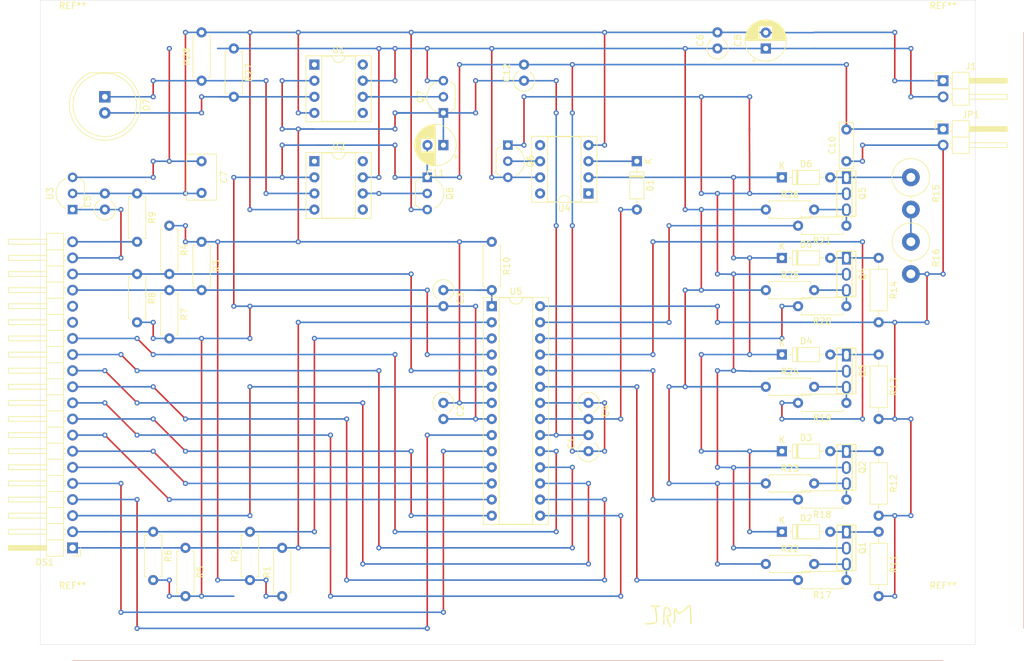
<source format=kicad_pcb>
(kicad_pcb (version 20171130) (host pcbnew "(5.1.2-1)-1")
  (layers (0 F.Cu signal) (31 B.Cu signal) (34 B.Paste user) (35 F.Paste user) (36 B.SilkS user) (37 F.SilkS user) (38 B.Mask user) (39 F.Mask user) (44 Edge.Cuts user))
  (net 0 "")
  (net 1 +3V3)
  (net 2 GND)
  (net 3 "Net-(C3-Pad1)")
  (net 4 AREF)
  (net 5 +5V)
  (net 6 +VDC)
  (net 7 ADC)
  (net 8 "Net-(DS1-Pad1)")
  (net 9 "Net-(DS1-Pad2)")
  (net 10 "Net-(DS1-Pad3)")
  (net 11 "Net-(DS1-Pad4)")
  (net 12 "Net-(DS1-Pad5)")
  (net 13 "Net-(DS1-Pad6)")
  (net 14 "Net-(DS1-Pad7)")
  (net 15 "Net-(DS1-Pad8)")
  (net 16 "Net-(DS1-Pad9)")
  (net 17 "Net-(DS1-Pad10)")
  (net 18 "Net-(DS1-Pad11)")
  (net 19 "Net-(DS1-Pad12)")
  (net 20 "Net-(DS1-Pad13)")
  (net 21 "Net-(DS1-Pad14)")
  (net 22 "Net-(DS1-Pad17)")
  (net 23 "Net-(DS1-Pad18)")
  (net 24 "Net-(DS1-Pad20)")
  (net 25 "Net-(Q1-Pad3)")
  (net 26 "Net-(Q2-Pad3)")
  (net 27 "Net-(Q3-Pad3)")
  (net 28 "Net-(R15-Pad2)")
  (net 29 "Net-(R21-Pad2)")
  (net 30 -VDC)
  (net 31 "Net-(D1-Pad1)")
  (net 32 "Net-(D2-Pad1)")
  (net 33 "Net-(D7-Pad2)")
  (net 34 "Net-(D7-Pad1)")
  (net 35 "Net-(Q1-Pad2)")
  (net 36 "Net-(Q4-Pad3)")
  (net 37 "Net-(Q5-Pad3)")
  (net 38 "Net-(Q6-Pad2)")
  (net 39 "Net-(Q7-Pad2)")
  (net 40 "Net-(Q8-Pad2)")
  (net 41 "Net-(R17-Pad2)")
  (net 42 "Net-(R18-Pad2)")
  (net 43 "Net-(R19-Pad2)")
  (net 44 "Net-(R20-Pad2)")
  (net 45 "Net-(D2-Pad2)")
  (net 46 "Net-(D3-Pad2)")
  (net 47 "Net-(D4-Pad2)")
  (net 48 "Net-(D5-Pad2)")
  (net 49 "Net-(D6-Pad2)")
  (module JRMKiCadLibrary:JRMLogo_SilkScreen (layer F.Cu) (at 165.1 119.38)
    (fp_text reference G*** hide)
    (fp_text value LOGO hide)
  )
  (module JRMKiCadLibrary:JRMLogo_SolderMask (layer F.Cu) (at 165.1 119.38)
    (fp_text reference G*** hide)
    (fp_text value LOGO hide)
  )
  (module MountingHole:MountingHole_3.2mm_M3 (layer F.Cu) (at 208.28 27.94)
    (fp_text reference REF** (at 0 -4.2) (layer F.SilkS))
    (fp_text value MountingHole_3.2mm_M3)
    (pad 1 np_thru_hole circle (at 0 0) (size 3.2 3.2) (drill 3.2) (layers *.Cu *.Mask))
  )
  (module MountingHole:MountingHole_3.2mm_M3 (layer F.Cu) (at 208.28 119.38)
    (fp_text reference REF** (at 0 -4.2) (layer F.SilkS))
    (fp_text value MountingHole_3.2mm_M3)
    (pad 1 np_thru_hole circle (at 0 0) (size 3.2 3.2) (drill 3.2) (layers *.Cu *.Mask))
  )
  (module MountingHole:MountingHole_3.2mm_M3 (layer F.Cu) (at 71.12 119.38)
    (fp_text reference REF** (at 0 -4.2) (layer F.SilkS))
    (fp_text value MountingHole_3.2mm_M3)
    (pad 1 np_thru_hole circle (at 0 0) (size 3.2 3.2) (drill 3.2) (layers *.Cu *.Mask))
  )
  (module MountingHole:MountingHole_3.2mm_M3 (layer F.Cu) (at 71.12 27.94)
    (fp_text reference REF** (at 0 -4.2) (layer F.SilkS))
    (fp_text value MountingHole_3.2mm_M3)
    (pad 1 np_thru_hole circle (at 0 0) (size 3.2 3.2) (drill 3.2) (layers *.Cu *.Mask))
  )
  (module Resistor_THT:R_Axial_DIN0614_L14.3mm_D5.7mm_P5.08mm_Vertical (layer F.Cu) (at 203.2 50.8 270)
    (fp_text reference R15 (at 2.54 -3.97 90) (layer F.SilkS))
    (fp_text value 1M)
    (pad 2 thru_hole oval (at 5.08 0 270) (size 2.8 2.8) (drill 1.4) (layers *.Cu *.Mask) (net 28 "Net-(R15-Pad2)"))
    (pad 1 thru_hole circle (at 0 0 270) (size 2.8 2.8) (drill 1.4) (layers *.Cu *.Mask) (net 49 "Net-(D6-Pad2)"))
  )
  (module Resistor_THT:R_Axial_DIN0309_L9.0mm_D3.2mm_P2.54mm_Vertical (layer F.Cu) (at 152.4 93.98 90)
    (fp_text reference C1 (at 1.27 -2.72 90) (layer F.SilkS))
    (fp_text value 0.1uF)
    (pad 2 thru_hole oval (at 2.54 0 90) (size 1.6 1.6) (drill 0.8) (layers *.Cu *.Mask) (net 1 +3V3))
    (pad 1 thru_hole circle (at 0 0 90) (size 1.6 1.6) (drill 0.8) (layers *.Cu *.Mask) (net 2 GND))
  )
  (module Package_TO_SOT_THT:TO-92_Inline_Wide (layer F.Cu) (at 127 50.8 270)
    (fp_text reference Q8 (at 2.54 -3.56 90) (layer F.SilkS))
    (fp_text value BC212B)
    (pad 1 thru_hole rect (at 0 0) (size 1.5 1.5) (drill 0.8) (layers *.Cu *.Mask) (net 2 GND))
    (pad 3 thru_hole circle (at 5.08 0) (size 1.5 1.5) (drill 0.8) (layers *.Cu *.Mask) (net 30 -VDC))
    (pad 2 thru_hole circle (at 2.54 0) (size 1.5 1.5) (drill 0.8) (layers *.Cu *.Mask) (net 40 "Net-(Q8-Pad2)"))
  )
  (module Package_DIP:DIP-8_W7.62mm_Socket (layer F.Cu) (at 109.22 48.26)
    (fp_text reference U2 (at 3.81 -2.33) (layer F.SilkS))
    (fp_text value LM741)
    (pad 8 thru_hole oval (at 7.62 0) (size 1.6 1.6) (drill 0.8) (layers *.Cu *.Mask))
    (pad 4 thru_hole oval (at 0 7.62) (size 1.6 1.6) (drill 0.8) (layers *.Cu *.Mask) (net 30 -VDC))
    (pad 7 thru_hole oval (at 7.62 2.54) (size 1.6 1.6) (drill 0.8) (layers *.Cu *.Mask) (net 6 +VDC))
    (pad 3 thru_hole oval (at 0 5.08) (size 1.6 1.6) (drill 0.8) (layers *.Cu *.Mask) (net 34 "Net-(D7-Pad1)"))
    (pad 6 thru_hole oval (at 7.62 5.08) (size 1.6 1.6) (drill 0.8) (layers *.Cu *.Mask) (net 40 "Net-(Q8-Pad2)"))
    (pad 2 thru_hole oval (at 0 2.54) (size 1.6 1.6) (drill 0.8) (layers *.Cu *.Mask) (net 2 GND))
    (pad 5 thru_hole oval (at 7.62 7.62) (size 1.6 1.6) (drill 0.8) (layers *.Cu *.Mask))
    (pad 1 thru_hole rect (at 0 0) (size 1.6 1.6) (drill 0.8) (layers *.Cu *.Mask))
  )
  (module Package_DIP:DIP-28_W7.62mm_Socket (layer F.Cu) (at 137.16 71.12)
    (fp_text reference U5 (at 3.81 -2.33) (layer F.SilkS))
    (fp_text value ATmega8A-PU)
    (pad 28 thru_hole oval (at 7.62 0) (size 1.6 1.6) (drill 0.8) (layers *.Cu *.Mask) (net 7 ADC))
    (pad 14 thru_hole oval (at 0 33.02) (size 1.6 1.6) (drill 0.8) (layers *.Cu *.Mask) (net 16 "Net-(DS1-Pad9)"))
    (pad 27 thru_hole oval (at 7.62 2.54) (size 1.6 1.6) (drill 0.8) (layers *.Cu *.Mask) (net 29 "Net-(R21-Pad2)"))
    (pad 13 thru_hole oval (at 0 30.48) (size 1.6 1.6) (drill 0.8) (layers *.Cu *.Mask) (net 15 "Net-(DS1-Pad8)"))
    (pad 26 thru_hole oval (at 7.62 5.08) (size 1.6 1.6) (drill 0.8) (layers *.Cu *.Mask) (net 44 "Net-(R20-Pad2)"))
    (pad 12 thru_hole oval (at 0 27.94) (size 1.6 1.6) (drill 0.8) (layers *.Cu *.Mask) (net 14 "Net-(DS1-Pad7)"))
    (pad 25 thru_hole oval (at 7.62 7.62) (size 1.6 1.6) (drill 0.8) (layers *.Cu *.Mask) (net 43 "Net-(R19-Pad2)"))
    (pad 11 thru_hole oval (at 0 25.4) (size 1.6 1.6) (drill 0.8) (layers *.Cu *.Mask) (net 13 "Net-(DS1-Pad6)"))
    (pad 24 thru_hole oval (at 7.62 10.16) (size 1.6 1.6) (drill 0.8) (layers *.Cu *.Mask) (net 42 "Net-(R18-Pad2)"))
    (pad 10 thru_hole oval (at 0 22.86) (size 1.6 1.6) (drill 0.8) (layers *.Cu *.Mask) (net 12 "Net-(DS1-Pad5)"))
    (pad 23 thru_hole oval (at 7.62 12.7) (size 1.6 1.6) (drill 0.8) (layers *.Cu *.Mask) (net 41 "Net-(R17-Pad2)"))
    (pad 9 thru_hole oval (at 0 20.32) (size 1.6 1.6) (drill 0.8) (layers *.Cu *.Mask) (net 11 "Net-(DS1-Pad4)"))
    (pad 22 thru_hole oval (at 7.62 15.24) (size 1.6 1.6) (drill 0.8) (layers *.Cu *.Mask) (net 2 GND))
    (pad 8 thru_hole oval (at 0 17.78) (size 1.6 1.6) (drill 0.8) (layers *.Cu *.Mask) (net 2 GND))
    (pad 21 thru_hole oval (at 7.62 17.78) (size 1.6 1.6) (drill 0.8) (layers *.Cu *.Mask) (net 4 AREF))
    (pad 7 thru_hole oval (at 0 15.24) (size 1.6 1.6) (drill 0.8) (layers *.Cu *.Mask) (net 1 +3V3))
    (pad 20 thru_hole oval (at 7.62 20.32) (size 1.6 1.6) (drill 0.8) (layers *.Cu *.Mask) (net 1 +3V3))
    (pad 6 thru_hole oval (at 0 12.7) (size 1.6 1.6) (drill 0.8) (layers *.Cu *.Mask) (net 10 "Net-(DS1-Pad3)"))
    (pad 19 thru_hole oval (at 7.62 22.86) (size 1.6 1.6) (drill 0.8) (layers *.Cu *.Mask) (net 21 "Net-(DS1-Pad14)"))
    (pad 5 thru_hole oval (at 0 10.16) (size 1.6 1.6) (drill 0.8) (layers *.Cu *.Mask) (net 23 "Net-(DS1-Pad18)"))
    (pad 18 thru_hole oval (at 7.62 25.4) (size 1.6 1.6) (drill 0.8) (layers *.Cu *.Mask) (net 20 "Net-(DS1-Pad13)"))
    (pad 4 thru_hole oval (at 0 7.62) (size 1.6 1.6) (drill 0.8) (layers *.Cu *.Mask) (net 22 "Net-(DS1-Pad17)"))
    (pad 17 thru_hole oval (at 7.62 27.94) (size 1.6 1.6) (drill 0.8) (layers *.Cu *.Mask) (net 19 "Net-(DS1-Pad12)"))
    (pad 3 thru_hole oval (at 0 5.08) (size 1.6 1.6) (drill 0.8) (layers *.Cu *.Mask) (net 9 "Net-(DS1-Pad2)"))
    (pad 16 thru_hole oval (at 7.62 30.48) (size 1.6 1.6) (drill 0.8) (layers *.Cu *.Mask) (net 18 "Net-(DS1-Pad11)"))
    (pad 2 thru_hole oval (at 0 2.54) (size 1.6 1.6) (drill 0.8) (layers *.Cu *.Mask) (net 8 "Net-(DS1-Pad1)"))
    (pad 15 thru_hole oval (at 7.62 33.02) (size 1.6 1.6) (drill 0.8) (layers *.Cu *.Mask) (net 17 "Net-(DS1-Pad10)"))
    (pad 1 thru_hole rect (at 0 0) (size 1.6 1.6) (drill 0.8) (layers *.Cu *.Mask) (net 3 "Net-(C3-Pad1)"))
  )
  (module Package_DIP:DIP-8_W7.62mm_Socket (layer F.Cu) (at 152.4 53.34 180)
    (fp_text reference U4 (at 3.81 -2.33) (layer F.SilkS))
    (fp_text value LM741)
    (pad 8 thru_hole oval (at 7.62 0 180) (size 1.6 1.6) (drill 0.8) (layers *.Cu *.Mask))
    (pad 4 thru_hole oval (at 0 7.62 180) (size 1.6 1.6) (drill 0.8) (layers *.Cu *.Mask) (net 30 -VDC))
    (pad 7 thru_hole oval (at 7.62 2.54 180) (size 1.6 1.6) (drill 0.8) (layers *.Cu *.Mask) (net 6 +VDC))
    (pad 3 thru_hole oval (at 0 5.08 180) (size 1.6 1.6) (drill 0.8) (layers *.Cu *.Mask) (net 31 "Net-(D1-Pad1)"))
    (pad 6 thru_hole oval (at 7.62 5.08 180) (size 1.6 1.6) (drill 0.8) (layers *.Cu *.Mask) (net 38 "Net-(Q6-Pad2)"))
    (pad 2 thru_hole oval (at 0 2.54 180) (size 1.6 1.6) (drill 0.8) (layers *.Cu *.Mask) (net 32 "Net-(D2-Pad1)"))
    (pad 5 thru_hole oval (at 7.62 7.62 180) (size 1.6 1.6) (drill 0.8) (layers *.Cu *.Mask))
    (pad 1 thru_hole rect (at 0 0 180) (size 1.6 1.6) (drill 0.8) (layers *.Cu *.Mask))
  )
  (module Package_TO_SOT_THT:TO-92_Inline_Wide (layer F.Cu) (at 71.12 55.88 90)
    (fp_text reference U3 (at 2.54 -3.56 90) (layer F.SilkS))
    (fp_text value L78L05_TO92)
    (pad 1 thru_hole rect (at 0 0 180) (size 1.5 1.5) (drill 0.8) (layers *.Cu *.Mask) (net 5 +5V))
    (pad 3 thru_hole circle (at 5.08 0 180) (size 1.5 1.5) (drill 0.8) (layers *.Cu *.Mask) (net 6 +VDC))
    (pad 2 thru_hole circle (at 2.54 0 180) (size 1.5 1.5) (drill 0.8) (layers *.Cu *.Mask) (net 30 -VDC))
  )
  (module Package_DIP:DIP-8_W7.62mm_Socket (layer F.Cu) (at 109.22 33.02)
    (fp_text reference U1 (at 3.81 -2.33) (layer F.SilkS))
    (fp_text value LM741)
    (pad 8 thru_hole oval (at 7.62 0) (size 1.6 1.6) (drill 0.8) (layers *.Cu *.Mask))
    (pad 4 thru_hole oval (at 0 7.62) (size 1.6 1.6) (drill 0.8) (layers *.Cu *.Mask) (net 30 -VDC))
    (pad 7 thru_hole oval (at 7.62 2.54) (size 1.6 1.6) (drill 0.8) (layers *.Cu *.Mask) (net 6 +VDC))
    (pad 3 thru_hole oval (at 0 5.08) (size 1.6 1.6) (drill 0.8) (layers *.Cu *.Mask) (net 33 "Net-(D7-Pad2)"))
    (pad 6 thru_hole oval (at 7.62 5.08) (size 1.6 1.6) (drill 0.8) (layers *.Cu *.Mask) (net 39 "Net-(Q7-Pad2)"))
    (pad 2 thru_hole oval (at 0 2.54) (size 1.6 1.6) (drill 0.8) (layers *.Cu *.Mask) (net 1 +3V3))
    (pad 5 thru_hole oval (at 7.62 7.62) (size 1.6 1.6) (drill 0.8) (layers *.Cu *.Mask))
    (pad 1 thru_hole rect (at 0 0) (size 1.6 1.6) (drill 0.8) (layers *.Cu *.Mask))
  )
  (module Resistor_THT:R_Axial_DIN0207_L6.3mm_D2.5mm_P7.62mm_Horizontal (layer F.Cu) (at 91.44 35.56 90)
    (fp_text reference R28 (at 3.81 -2.37 90) (layer F.SilkS))
    (fp_text value 1k)
    (pad 2 thru_hole oval (at 7.62 0 90) (size 1.6 1.6) (drill 0.8) (layers *.Cu *.Mask) (net 30 -VDC))
    (pad 1 thru_hole circle (at 0 0 90) (size 1.6 1.6) (drill 0.8) (layers *.Cu *.Mask) (net 34 "Net-(D7-Pad1)"))
  )
  (module Resistor_THT:R_Axial_DIN0207_L6.3mm_D2.5mm_P7.62mm_Horizontal (layer F.Cu) (at 180.34 111.76)
    (fp_text reference R22 (at 3.81 -2.37) (layer F.SilkS))
    (fp_text value 22k)
    (pad 2 thru_hole oval (at 7.62 0) (size 1.6 1.6) (drill 0.8) (layers *.Cu *.Mask) (net 25 "Net-(Q1-Pad3)"))
    (pad 1 thru_hole circle (at 0 0) (size 1.6 1.6) (drill 0.8) (layers *.Cu *.Mask) (net 6 +VDC))
  )
  (module Resistor_THT:R_Axial_DIN0207_L6.3mm_D2.5mm_P7.62mm_Horizontal (layer F.Cu) (at 193.04 58.42 180)
    (fp_text reference R21 (at 3.81 -2.37) (layer F.SilkS))
    (fp_text value 680)
    (pad 2 thru_hole oval (at 7.62 0 180) (size 1.6 1.6) (drill 0.8) (layers *.Cu *.Mask) (net 29 "Net-(R21-Pad2)"))
    (pad 1 thru_hole circle (at 0 0 180) (size 1.6 1.6) (drill 0.8) (layers *.Cu *.Mask) (net 37 "Net-(Q5-Pad3)"))
  )
  (module Resistor_THT:R_Axial_DIN0207_L6.3mm_D2.5mm_P7.62mm_Horizontal (layer F.Cu) (at 193.04 71.12 180)
    (fp_text reference R20 (at 3.81 -2.37) (layer F.SilkS))
    (fp_text value 680)
    (pad 2 thru_hole oval (at 7.62 0 180) (size 1.6 1.6) (drill 0.8) (layers *.Cu *.Mask) (net 44 "Net-(R20-Pad2)"))
    (pad 1 thru_hole circle (at 0 0 180) (size 1.6 1.6) (drill 0.8) (layers *.Cu *.Mask) (net 36 "Net-(Q4-Pad3)"))
  )
  (module Resistor_THT:R_Axial_DIN0207_L6.3mm_D2.5mm_P7.62mm_Horizontal (layer F.Cu) (at 193.04 86.36 180)
    (fp_text reference R19 (at 3.81 -2.37) (layer F.SilkS))
    (fp_text value 680)
    (pad 2 thru_hole oval (at 7.62 0 180) (size 1.6 1.6) (drill 0.8) (layers *.Cu *.Mask) (net 43 "Net-(R19-Pad2)"))
    (pad 1 thru_hole circle (at 0 0 180) (size 1.6 1.6) (drill 0.8) (layers *.Cu *.Mask) (net 27 "Net-(Q3-Pad3)"))
  )
  (module Resistor_THT:R_Axial_DIN0207_L6.3mm_D2.5mm_P7.62mm_Horizontal (layer F.Cu) (at 193.04 101.6 180)
    (fp_text reference R18 (at 3.81 -2.37) (layer F.SilkS))
    (fp_text value 680)
    (pad 2 thru_hole oval (at 7.62 0 180) (size 1.6 1.6) (drill 0.8) (layers *.Cu *.Mask) (net 42 "Net-(R18-Pad2)"))
    (pad 1 thru_hole circle (at 0 0 180) (size 1.6 1.6) (drill 0.8) (layers *.Cu *.Mask) (net 26 "Net-(Q2-Pad3)"))
  )
  (module Resistor_THT:R_Axial_DIN0207_L6.3mm_D2.5mm_P7.62mm_Horizontal (layer F.Cu) (at 193.04 114.3 180)
    (fp_text reference R17 (at 3.81 -2.37) (layer F.SilkS))
    (fp_text value 680)
    (pad 2 thru_hole oval (at 7.62 0 180) (size 1.6 1.6) (drill 0.8) (layers *.Cu *.Mask) (net 41 "Net-(R17-Pad2)"))
    (pad 1 thru_hole circle (at 0 0 180) (size 1.6 1.6) (drill 0.8) (layers *.Cu *.Mask) (net 25 "Net-(Q1-Pad3)"))
  )
  (module Resistor_THT:R_Axial_DIN0614_L14.3mm_D5.7mm_P5.08mm_Vertical (layer F.Cu) (at 203.2 60.96 270)
    (fp_text reference R16 (at 2.54 -3.97 90) (layer F.SilkS))
    (fp_text value 1M)
    (pad 2 thru_hole oval (at 5.08 0 270) (size 2.8 2.8) (drill 1.4) (layers *.Cu *.Mask) (net 7 ADC))
    (pad 1 thru_hole circle (at 0 0 270) (size 2.8 2.8) (drill 1.4) (layers *.Cu *.Mask) (net 28 "Net-(R15-Pad2)"))
  )
  (module Resistor_THT:R_Axial_DIN0207_L6.3mm_D2.5mm_P10.16mm_Horizontal (layer F.Cu) (at 198.12 63.5 270)
    (fp_text reference R14 (at 5.08 -2.37 90) (layer F.SilkS))
    (fp_text value 200k)
    (pad 2 thru_hole oval (at 10.16 0 270) (size 1.6 1.6) (drill 0.8) (layers *.Cu *.Mask) (net 7 ADC))
    (pad 1 thru_hole circle (at 0 0 270) (size 1.6 1.6) (drill 0.8) (layers *.Cu *.Mask) (net 48 "Net-(D5-Pad2)"))
  )
  (module Resistor_THT:R_Axial_DIN0207_L6.3mm_D2.5mm_P10.16mm_Horizontal (layer F.Cu) (at 198.12 78.74 270)
    (fp_text reference R13 (at 5.08 -2.37 90) (layer F.SilkS))
    (fp_text value 20K)
    (pad 2 thru_hole oval (at 10.16 0 270) (size 1.6 1.6) (drill 0.8) (layers *.Cu *.Mask) (net 7 ADC))
    (pad 1 thru_hole circle (at 0 0 270) (size 1.6 1.6) (drill 0.8) (layers *.Cu *.Mask) (net 47 "Net-(D4-Pad2)"))
  )
  (module Resistor_THT:R_Axial_DIN0207_L6.3mm_D2.5mm_P10.16mm_Horizontal (layer F.Cu) (at 198.12 93.98 270)
    (fp_text reference R12 (at 5.08 -2.37 90) (layer F.SilkS))
    (fp_text value 2.11k)
    (pad 2 thru_hole oval (at 10.16 0 270) (size 1.6 1.6) (drill 0.8) (layers *.Cu *.Mask) (net 7 ADC))
    (pad 1 thru_hole circle (at 0 0 270) (size 1.6 1.6) (drill 0.8) (layers *.Cu *.Mask) (net 46 "Net-(D3-Pad2)"))
  )
  (module Resistor_THT:R_Axial_DIN0207_L6.3mm_D2.5mm_P10.16mm_Horizontal (layer F.Cu) (at 198.12 106.68 270)
    (fp_text reference R11 (at 5.08 -2.37 90) (layer F.SilkS))
    (fp_text value 200)
    (pad 2 thru_hole oval (at 10.16 0 270) (size 1.6 1.6) (drill 0.8) (layers *.Cu *.Mask) (net 7 ADC))
    (pad 1 thru_hole circle (at 0 0 270) (size 1.6 1.6) (drill 0.8) (layers *.Cu *.Mask) (net 45 "Net-(D2-Pad2)"))
  )
  (module Package_TO_SOT_THT:TO-92_Inline_Wide (layer F.Cu) (at 129.54 40.64 90)
    (fp_text reference Q7 (at 2.54 -3.56 90) (layer F.SilkS))
    (fp_text value 2N4401)
    (pad 1 thru_hole rect (at 0 0 180) (size 1.5 1.5) (drill 0.8) (layers *.Cu *.Mask) (net 1 +3V3))
    (pad 3 thru_hole circle (at 5.08 0 180) (size 1.5 1.5) (drill 0.8) (layers *.Cu *.Mask) (net 6 +VDC))
    (pad 2 thru_hole circle (at 2.54 0 180) (size 1.5 1.5) (drill 0.8) (layers *.Cu *.Mask) (net 39 "Net-(Q7-Pad2)"))
  )
  (module Package_TO_SOT_THT:TO-92_Inline_Wide (layer F.Cu) (at 139.7 45.72 270)
    (fp_text reference Q6 (at 2.54 -3.56 90) (layer F.SilkS))
    (fp_text value 2N4401)
    (pad 1 thru_hole rect (at 0 0) (size 1.5 1.5) (drill 0.8) (layers *.Cu *.Mask) (net 35 "Net-(Q1-Pad2)"))
    (pad 3 thru_hole circle (at 5.08 0) (size 1.5 1.5) (drill 0.8) (layers *.Cu *.Mask) (net 6 +VDC))
    (pad 2 thru_hole circle (at 2.54 0) (size 1.5 1.5) (drill 0.8) (layers *.Cu *.Mask) (net 38 "Net-(Q6-Pad2)"))
  )
  (module LED_THT:LED_D10.0mm (layer F.Cu) (at 76.2 38.1 270)
    (fp_text reference D7 (at 1.27 -6.56 90) (layer F.SilkS))
    (fp_text value LED)
    (pad 2 thru_hole circle (at 2.54 0 270) (size 1.8 1.8) (drill 0.9) (layers *.Cu *.Mask) (net 33 "Net-(D7-Pad2)"))
    (pad 1 thru_hole rect (at 0 0 270) (size 1.8 1.8) (drill 0.9) (layers *.Cu *.Mask) (net 34 "Net-(D7-Pad1)"))
  )
  (module Diode_THT:D_DO-35_SOD27_P7.62mm_Horizontal (layer F.Cu) (at 182.88 50.8)
    (fp_text reference D6 (at 3.81 -2.12) (layer F.SilkS))
    (fp_text value 1N4148)
    (fp_text user K (at 0 -1.8) (layer F.SilkS))
    (pad 2 thru_hole oval (at 7.62 0) (size 1.6 1.6) (drill 0.8) (layers *.Cu *.Mask) (net 49 "Net-(D6-Pad2)"))
    (pad 1 thru_hole rect (at 0 0) (size 1.6 1.6) (drill 0.8) (layers *.Cu *.Mask) (net 32 "Net-(D2-Pad1)"))
  )
  (module Diode_THT:D_DO-35_SOD27_P7.62mm_Horizontal (layer F.Cu) (at 182.88 63.5)
    (fp_text reference D5 (at 3.81 -2.12) (layer F.SilkS))
    (fp_text value 1N4148)
    (fp_text user K (at 0 -1.8) (layer F.SilkS))
    (pad 2 thru_hole oval (at 7.62 0) (size 1.6 1.6) (drill 0.8) (layers *.Cu *.Mask) (net 48 "Net-(D5-Pad2)"))
    (pad 1 thru_hole rect (at 0 0) (size 1.6 1.6) (drill 0.8) (layers *.Cu *.Mask) (net 32 "Net-(D2-Pad1)"))
  )
  (module Diode_THT:D_DO-35_SOD27_P7.62mm_Horizontal (layer F.Cu) (at 182.88 78.74)
    (fp_text reference D4 (at 3.81 -2.12) (layer F.SilkS))
    (fp_text value 1N4148)
    (fp_text user K (at 0 -1.8) (layer F.SilkS))
    (pad 2 thru_hole oval (at 7.62 0) (size 1.6 1.6) (drill 0.8) (layers *.Cu *.Mask) (net 47 "Net-(D4-Pad2)"))
    (pad 1 thru_hole rect (at 0 0) (size 1.6 1.6) (drill 0.8) (layers *.Cu *.Mask) (net 32 "Net-(D2-Pad1)"))
  )
  (module Diode_THT:D_DO-35_SOD27_P7.62mm_Horizontal (layer F.Cu) (at 182.88 93.98)
    (fp_text reference D3 (at 3.81 -2.12) (layer F.SilkS))
    (fp_text value 1N4148)
    (fp_text user K (at 0 -1.8) (layer F.SilkS))
    (pad 2 thru_hole oval (at 7.62 0) (size 1.6 1.6) (drill 0.8) (layers *.Cu *.Mask) (net 46 "Net-(D3-Pad2)"))
    (pad 1 thru_hole rect (at 0 0) (size 1.6 1.6) (drill 0.8) (layers *.Cu *.Mask) (net 32 "Net-(D2-Pad1)"))
  )
  (module Diode_THT:D_DO-35_SOD27_P7.62mm_Horizontal (layer F.Cu) (at 182.88 106.68)
    (fp_text reference D2 (at 3.81 -2.12) (layer F.SilkS))
    (fp_text value 1N4148)
    (fp_text user K (at 0 -1.8) (layer F.SilkS))
    (pad 2 thru_hole oval (at 7.62 0) (size 1.6 1.6) (drill 0.8) (layers *.Cu *.Mask) (net 45 "Net-(D2-Pad2)"))
    (pad 1 thru_hole rect (at 0 0) (size 1.6 1.6) (drill 0.8) (layers *.Cu *.Mask) (net 32 "Net-(D2-Pad1)"))
  )
  (module Diode_THT:D_DO-35_SOD27_P7.62mm_Horizontal (layer F.Cu) (at 160.02 48.26 270)
    (fp_text reference D1 (at 3.81 -2.12 90) (layer F.SilkS))
    (fp_text value 1N4148)
    (fp_text user K (at 0 -1.8 90) (layer F.SilkS))
    (pad 2 thru_hole oval (at 7.62 0 270) (size 1.6 1.6) (drill 0.8) (layers *.Cu *.Mask) (net 4 AREF))
    (pad 1 thru_hole rect (at 0 0 270) (size 1.6 1.6) (drill 0.8) (layers *.Cu *.Mask) (net 31 "Net-(D1-Pad1)"))
  )
  (module Resistor_THT:R_Axial_DIN0309_L9.0mm_D3.2mm_P2.54mm_Vertical (layer F.Cu) (at 142.24 35.56 90)
    (fp_text reference C12 (at 1.27 -2.72 90) (layer F.SilkS))
    (fp_text value 0.1uf)
    (pad 2 thru_hole oval (at 2.54 0 90) (size 1.6 1.6) (drill 0.8) (layers *.Cu *.Mask) (net 2 GND))
    (pad 1 thru_hole circle (at 0 0 90) (size 1.6 1.6) (drill 0.8) (layers *.Cu *.Mask) (net 1 +3V3))
  )
  (module Capacitor_THT:CP_Radial_D6.3mm_P2.50mm (layer F.Cu) (at 129.54 45.72 180)
    (fp_text reference C11 (at 1.25 -4.4) (layer F.SilkS))
    (fp_text value 10uf)
    (pad 2 thru_hole circle (at 2.5 0 180) (size 1.6 1.6) (drill 0.8) (layers *.Cu *.Mask) (net 2 GND))
    (pad 1 thru_hole rect (at 0 0 180) (size 1.6 1.6) (drill 0.8) (layers *.Cu *.Mask) (net 1 +3V3))
  )
  (module Connector_PinHeader_2.54mm:PinHeader_1x20_P2.54mm_Horizontal (layer F.Cu) (at 71.12 109.22 180)
    (fp_text reference DS1 (at 4.385 -2.27) (layer F.SilkS))
    (fp_text value DGL-0401YG-4EH)
    (pad 1 thru_hole rect (at 0 0 180) (size 1.7 1.7) (drill 1) (layers *.Cu *.Mask) (net 8 "Net-(DS1-Pad1)"))
    (pad 2 thru_hole oval (at 0 2.54 180) (size 1.7 1.7) (drill 1) (layers *.Cu *.Mask) (net 9 "Net-(DS1-Pad2)"))
    (pad 3 thru_hole oval (at 0 5.08 180) (size 1.7 1.7) (drill 1) (layers *.Cu *.Mask) (net 10 "Net-(DS1-Pad3)"))
    (pad 4 thru_hole oval (at 0 7.62 180) (size 1.7 1.7) (drill 1) (layers *.Cu *.Mask) (net 11 "Net-(DS1-Pad4)"))
    (pad 5 thru_hole oval (at 0 10.16 180) (size 1.7 1.7) (drill 1) (layers *.Cu *.Mask) (net 12 "Net-(DS1-Pad5)"))
    (pad 6 thru_hole oval (at 0 12.7 180) (size 1.7 1.7) (drill 1) (layers *.Cu *.Mask) (net 13 "Net-(DS1-Pad6)"))
    (pad 7 thru_hole oval (at 0 15.24 180) (size 1.7 1.7) (drill 1) (layers *.Cu *.Mask) (net 14 "Net-(DS1-Pad7)"))
    (pad 8 thru_hole oval (at 0 17.78 180) (size 1.7 1.7) (drill 1) (layers *.Cu *.Mask) (net 15 "Net-(DS1-Pad8)"))
    (pad 9 thru_hole oval (at 0 20.32 180) (size 1.7 1.7) (drill 1) (layers *.Cu *.Mask) (net 16 "Net-(DS1-Pad9)"))
    (pad 10 thru_hole oval (at 0 22.86 180) (size 1.7 1.7) (drill 1) (layers *.Cu *.Mask) (net 17 "Net-(DS1-Pad10)"))
    (pad 11 thru_hole oval (at 0 25.4 180) (size 1.7 1.7) (drill 1) (layers *.Cu *.Mask) (net 18 "Net-(DS1-Pad11)"))
    (pad 12 thru_hole oval (at 0 27.94 180) (size 1.7 1.7) (drill 1) (layers *.Cu *.Mask) (net 19 "Net-(DS1-Pad12)"))
    (pad 13 thru_hole oval (at 0 30.48 180) (size 1.7 1.7) (drill 1) (layers *.Cu *.Mask) (net 20 "Net-(DS1-Pad13)"))
    (pad 14 thru_hole oval (at 0 33.02 180) (size 1.7 1.7) (drill 1) (layers *.Cu *.Mask) (net 21 "Net-(DS1-Pad14)"))
    (pad 15 thru_hole oval (at 0 35.56 180) (size 1.7 1.7) (drill 1) (layers *.Cu *.Mask))
    (pad 16 thru_hole oval (at 0 38.1 180) (size 1.7 1.7) (drill 1) (layers *.Cu *.Mask))
    (pad 17 thru_hole oval (at 0 40.64 180) (size 1.7 1.7) (drill 1) (layers *.Cu *.Mask) (net 22 "Net-(DS1-Pad17)"))
    (pad 18 thru_hole oval (at 0 43.18 180) (size 1.7 1.7) (drill 1) (layers *.Cu *.Mask) (net 23 "Net-(DS1-Pad18)"))
    (pad 19 thru_hole oval (at 0 45.72 180) (size 1.7 1.7) (drill 1) (layers *.Cu *.Mask) (net 5 +5V))
    (pad 20 thru_hole oval (at 0 48.26 180) (size 1.7 1.7) (drill 1) (layers *.Cu *.Mask) (net 24 "Net-(DS1-Pad20)"))
  )
  (module Resistor_THT:R_Axial_DIN0309_L9.0mm_D3.2mm_P2.54mm_Vertical (layer F.Cu) (at 129.54 86.36 270)
    (fp_text reference C2 (at 1.27 -2.72 90) (layer F.SilkS))
    (fp_text value 0.1uF)
    (pad 1 thru_hole circle (at 0 0 270) (size 1.6 1.6) (drill 0.8) (layers *.Cu *.Mask) (net 1 +3V3))
    (pad 2 thru_hole oval (at 2.54 0 270) (size 1.6 1.6) (drill 0.8) (layers *.Cu *.Mask) (net 2 GND))
  )
  (module Resistor_THT:R_Axial_DIN0309_L9.0mm_D3.2mm_P2.54mm_Vertical (layer F.Cu) (at 129.54 68.58 270)
    (fp_text reference C3 (at 1.27 -2.72 90) (layer F.SilkS))
    (fp_text value 0.1uF)
    (pad 2 thru_hole oval (at 2.54 0 270) (size 1.6 1.6) (drill 0.8) (layers *.Cu *.Mask) (net 2 GND))
    (pad 1 thru_hole circle (at 0 0 270) (size 1.6 1.6) (drill 0.8) (layers *.Cu *.Mask) (net 3 "Net-(C3-Pad1)"))
  )
  (module Resistor_THT:R_Axial_DIN0309_L9.0mm_D3.2mm_P2.54mm_Vertical (layer F.Cu) (at 152.4 86.36 270)
    (fp_text reference C4 (at 1.27 -2.72 90) (layer F.SilkS))
    (fp_text value 0.1uF)
    (pad 1 thru_hole circle (at 0 0 270) (size 1.6 1.6) (drill 0.8) (layers *.Cu *.Mask) (net 2 GND))
    (pad 2 thru_hole oval (at 2.54 0 270) (size 1.6 1.6) (drill 0.8) (layers *.Cu *.Mask) (net 4 AREF))
  )
  (module Resistor_THT:R_Axial_DIN0309_L9.0mm_D3.2mm_P2.54mm_Vertical (layer F.Cu) (at 76.2 55.88 90)
    (fp_text reference C5 (at 1.27 -2.72 90) (layer F.SilkS))
    (fp_text value 0.1uf)
    (pad 1 thru_hole circle (at 0 0 90) (size 1.6 1.6) (drill 0.8) (layers *.Cu *.Mask) (net 5 +5V))
    (pad 2 thru_hole oval (at 2.54 0 90) (size 1.6 1.6) (drill 0.8) (layers *.Cu *.Mask) (net 30 -VDC))
  )
  (module Resistor_THT:R_Axial_DIN0309_L9.0mm_D3.2mm_P2.54mm_Vertical (layer F.Cu) (at 172.72 30.48 90)
    (fp_text reference C6 (at 1.27 -2.72 90) (layer F.SilkS))
    (fp_text value 0.1uf)
    (pad 2 thru_hole oval (at 2.54 0 90) (size 1.6 1.6) (drill 0.8) (layers *.Cu *.Mask) (net 30 -VDC))
    (pad 1 thru_hole circle (at 0 0 90) (size 1.6 1.6) (drill 0.8) (layers *.Cu *.Mask) (net 6 +VDC))
  )
  (module Capacitor_THT:C_Rect_L7.0mm_W4.5mm_P5.00mm (layer F.Cu) (at 91.44 48.26 270)
    (fp_text reference C7 (at 2.5 -3.5 90) (layer F.SilkS))
    (fp_text value 0.47uf)
    (pad 1 thru_hole circle (at 0 0 270) (size 1.6 1.6) (drill 0.8) (layers *.Cu *.Mask) (net 6 +VDC))
    (pad 2 thru_hole circle (at 5 0 270) (size 1.6 1.6) (drill 0.8) (layers *.Cu *.Mask) (net 30 -VDC))
  )
  (module Capacitor_THT:C_Rect_L7.0mm_W2.0mm_P5.00mm (layer F.Cu) (at 193.04 48.26 90)
    (fp_text reference C10 (at 2.5 -2.25 90) (layer F.SilkS))
    (fp_text value 0.01uf)
    (pad 1 thru_hole circle (at 0 0 90) (size 1.6 1.6) (drill 0.8) (layers *.Cu *.Mask) (net 7 ADC))
    (pad 2 thru_hole circle (at 5 0 90) (size 1.6 1.6) (drill 0.8) (layers *.Cu *.Mask) (net 2 GND))
  )
  (module Connector_PinHeader_2.54mm:PinHeader_1x02_P2.54mm_Horizontal (layer F.Cu) (at 208.28 43.18)
    (fp_text reference JP1 (at 4.385 -2.27) (layer F.SilkS))
    (fp_text value "Test Terminal")
    (pad 1 thru_hole rect (at 0 0) (size 1.7 1.7) (drill 1) (layers *.Cu *.Mask) (net 2 GND))
    (pad 2 thru_hole oval (at 0 2.54) (size 1.7 1.7) (drill 1) (layers *.Cu *.Mask) (net 7 ADC))
  )
  (module JRMKiCadLibrary:KT-13 (layer F.Cu) (at 193.04 109.22 270)
    (fp_text reference Q1 (at 0 -2.54 90) (layer F.SilkS))
    (fp_text value KT361)
    (pad 3 thru_hole oval (at 2.58 0 270) (size 2 1.4) (drill oval 1.4 0.75) (layers *.Cu *.Mask) (net 25 "Net-(Q1-Pad3)"))
    (pad 2 thru_hole oval (at 0.04 0 270) (size 2 1.4) (drill oval 1.4 0.75) (layers *.Cu *.Mask) (net 35 "Net-(Q1-Pad2)"))
    (pad 1 thru_hole rect (at -2.5 0 270) (size 2 1.4) (drill oval 1.4 0.75) (layers *.Cu *.Mask) (net 45 "Net-(D2-Pad2)"))
  )
  (module JRMKiCadLibrary:KT-13 (layer F.Cu) (at 193.04 96.52 270)
    (fp_text reference Q2 (at 0 -2.54 90) (layer F.SilkS))
    (fp_text value KT361)
    (pad 3 thru_hole oval (at 2.58 0 270) (size 2 1.4) (drill oval 1.4 0.75) (layers *.Cu *.Mask) (net 26 "Net-(Q2-Pad3)"))
    (pad 2 thru_hole oval (at 0.04 0 270) (size 2 1.4) (drill oval 1.4 0.75) (layers *.Cu *.Mask) (net 35 "Net-(Q1-Pad2)"))
    (pad 1 thru_hole rect (at -2.5 0 270) (size 2 1.4) (drill oval 1.4 0.75) (layers *.Cu *.Mask) (net 46 "Net-(D3-Pad2)"))
  )
  (module JRMKiCadLibrary:KT-13 (layer F.Cu) (at 193.04 81.32 270)
    (fp_text reference Q3 (at 0 -2.54 90) (layer F.SilkS))
    (fp_text value KT361)
    (pad 3 thru_hole oval (at 2.58 0 270) (size 2 1.4) (drill oval 1.4 0.75) (layers *.Cu *.Mask) (net 27 "Net-(Q3-Pad3)"))
    (pad 2 thru_hole oval (at 0.04 0 270) (size 2 1.4) (drill oval 1.4 0.75) (layers *.Cu *.Mask) (net 35 "Net-(Q1-Pad2)"))
    (pad 1 thru_hole rect (at -2.5 0 270) (size 2 1.4) (drill oval 1.4 0.75) (layers *.Cu *.Mask) (net 47 "Net-(D4-Pad2)"))
  )
  (module JRMKiCadLibrary:KT-13 (layer F.Cu) (at 193.04 66.04 270)
    (fp_text reference Q4 (at 0 -2.54 90) (layer F.SilkS))
    (fp_text value KT361)
    (pad 1 thru_hole rect (at -2.5 0 270) (size 2 1.4) (drill oval 1.4 0.75) (layers *.Cu *.Mask) (net 48 "Net-(D5-Pad2)"))
    (pad 2 thru_hole oval (at 0.04 0 270) (size 2 1.4) (drill oval 1.4 0.75) (layers *.Cu *.Mask) (net 35 "Net-(Q1-Pad2)"))
    (pad 3 thru_hole oval (at 2.58 0 270) (size 2 1.4) (drill oval 1.4 0.75) (layers *.Cu *.Mask) (net 36 "Net-(Q4-Pad3)"))
  )
  (module JRMKiCadLibrary:KT-13 (layer F.Cu) (at 193.04 53.34 270)
    (fp_text reference Q5 (at 0 -2.54 90) (layer F.SilkS))
    (fp_text value KT361)
    (pad 1 thru_hole rect (at -2.5 0 270) (size 2 1.4) (drill oval 1.4 0.75) (layers *.Cu *.Mask) (net 49 "Net-(D6-Pad2)"))
    (pad 2 thru_hole oval (at 0.04 0 270) (size 2 1.4) (drill oval 1.4 0.75) (layers *.Cu *.Mask) (net 35 "Net-(Q1-Pad2)"))
    (pad 3 thru_hole oval (at 2.58 0 270) (size 2 1.4) (drill oval 1.4 0.75) (layers *.Cu *.Mask) (net 37 "Net-(Q5-Pad3)"))
  )
  (module Resistor_THT:R_Axial_DIN0207_L6.3mm_D2.5mm_P7.62mm_Horizontal (layer F.Cu) (at 104.14 116.84 90)
    (fp_text reference R1 (at 3.81 -2.37 90) (layer F.SilkS))
    (fp_text value 22K)
    (pad 1 thru_hole circle (at 0 0 90) (size 1.6 1.6) (drill 0.8) (layers *.Cu *.Mask) (net 1 +3V3))
    (pad 2 thru_hole oval (at 7.62 0 90) (size 1.6 1.6) (drill 0.8) (layers *.Cu *.Mask) (net 8 "Net-(DS1-Pad1)"))
  )
  (module Resistor_THT:R_Axial_DIN0207_L6.3mm_D2.5mm_P7.62mm_Horizontal (layer F.Cu) (at 99.06 114.3 90)
    (fp_text reference R2 (at 3.81 -2.37 90) (layer F.SilkS))
    (fp_text value 22K)
    (pad 1 thru_hole circle (at 0 0 90) (size 1.6 1.6) (drill 0.8) (layers *.Cu *.Mask) (net 1 +3V3))
    (pad 2 thru_hole oval (at 7.62 0 90) (size 1.6 1.6) (drill 0.8) (layers *.Cu *.Mask) (net 9 "Net-(DS1-Pad2)"))
  )
  (module Resistor_THT:R_Axial_DIN0207_L6.3mm_D2.5mm_P7.62mm_Horizontal (layer F.Cu) (at 91.44 60.96 270)
    (fp_text reference R3 (at 3.81 -2.37 90) (layer F.SilkS))
    (fp_text value 22K)
    (pad 1 thru_hole circle (at 0 0 270) (size 1.6 1.6) (drill 0.8) (layers *.Cu *.Mask) (net 1 +3V3))
    (pad 2 thru_hole oval (at 7.62 0 270) (size 1.6 1.6) (drill 0.8) (layers *.Cu *.Mask) (net 22 "Net-(DS1-Pad17)"))
  )
  (module Resistor_THT:R_Axial_DIN0207_L6.3mm_D2.5mm_P7.62mm_Horizontal (layer F.Cu) (at 86.36 58.42 270)
    (fp_text reference R4 (at 3.81 -2.37 90) (layer F.SilkS))
    (fp_text value 22K)
    (pad 2 thru_hole oval (at 7.62 0 270) (size 1.6 1.6) (drill 0.8) (layers *.Cu *.Mask) (net 23 "Net-(DS1-Pad18)"))
    (pad 1 thru_hole circle (at 0 0 270) (size 1.6 1.6) (drill 0.8) (layers *.Cu *.Mask) (net 1 +3V3))
  )
  (module Resistor_THT:R_Axial_DIN0207_L6.3mm_D2.5mm_P7.62mm_Horizontal (layer F.Cu) (at 88.9 109.22 270)
    (fp_text reference R5 (at 3.81 -2.37 90) (layer F.SilkS))
    (fp_text value 22K)
    (pad 2 thru_hole oval (at 7.62 0 270) (size 1.6 1.6) (drill 0.8) (layers *.Cu *.Mask) (net 2 GND))
    (pad 1 thru_hole circle (at 0 0 270) (size 1.6 1.6) (drill 0.8) (layers *.Cu *.Mask) (net 8 "Net-(DS1-Pad1)"))
  )
  (module Resistor_THT:R_Axial_DIN0207_L6.3mm_D2.5mm_P7.62mm_Horizontal (layer F.Cu) (at 83.82 106.68 270)
    (fp_text reference R6 (at 3.81 -2.37 90) (layer F.SilkS))
    (fp_text value 22K)
    (pad 2 thru_hole oval (at 7.62 0 270) (size 1.6 1.6) (drill 0.8) (layers *.Cu *.Mask) (net 2 GND))
    (pad 1 thru_hole circle (at 0 0 270) (size 1.6 1.6) (drill 0.8) (layers *.Cu *.Mask) (net 9 "Net-(DS1-Pad2)"))
  )
  (module Resistor_THT:R_Axial_DIN0207_L6.3mm_D2.5mm_P7.62mm_Horizontal (layer F.Cu) (at 86.36 68.58 270)
    (fp_text reference R7 (at 3.81 -2.37 90) (layer F.SilkS))
    (fp_text value 22K)
    (pad 1 thru_hole circle (at 0 0 270) (size 1.6 1.6) (drill 0.8) (layers *.Cu *.Mask) (net 22 "Net-(DS1-Pad17)"))
    (pad 2 thru_hole oval (at 7.62 0 270) (size 1.6 1.6) (drill 0.8) (layers *.Cu *.Mask) (net 2 GND))
  )
  (module Resistor_THT:R_Axial_DIN0207_L6.3mm_D2.5mm_P7.62mm_Horizontal (layer F.Cu) (at 81.28 66.04 270)
    (fp_text reference R8 (at 3.81 -2.37 90) (layer F.SilkS))
    (fp_text value 22K)
    (pad 1 thru_hole circle (at 0 0 270) (size 1.6 1.6) (drill 0.8) (layers *.Cu *.Mask) (net 23 "Net-(DS1-Pad18)"))
    (pad 2 thru_hole oval (at 7.62 0 270) (size 1.6 1.6) (drill 0.8) (layers *.Cu *.Mask) (net 2 GND))
  )
  (module Resistor_THT:R_Axial_DIN0207_L6.3mm_D2.5mm_P7.62mm_Horizontal (layer F.Cu) (at 81.28 53.34 270)
    (fp_text reference R9 (at 3.81 -2.37 90) (layer F.SilkS))
    (fp_text value 47)
    (pad 2 thru_hole oval (at 7.62 0 270) (size 1.6 1.6) (drill 0.8) (layers *.Cu *.Mask) (net 24 "Net-(DS1-Pad20)"))
    (pad 1 thru_hole circle (at 0 0 270) (size 1.6 1.6) (drill 0.8) (layers *.Cu *.Mask) (net 30 -VDC))
  )
  (module Resistor_THT:R_Axial_DIN0207_L6.3mm_D2.5mm_P7.62mm_Horizontal (layer F.Cu) (at 137.16 60.96 270)
    (fp_text reference R10 (at 3.81 -2.37 90) (layer F.SilkS))
    (fp_text value 10K)
    (pad 2 thru_hole oval (at 7.62 0 270) (size 1.6 1.6) (drill 0.8) (layers *.Cu *.Mask) (net 3 "Net-(C3-Pad1)"))
    (pad 1 thru_hole circle (at 0 0 270) (size 1.6 1.6) (drill 0.8) (layers *.Cu *.Mask) (net 1 +3V3))
  )
  (module Resistor_THT:R_Axial_DIN0207_L6.3mm_D2.5mm_P7.62mm_Horizontal (layer F.Cu) (at 180.34 99.06)
    (fp_text reference R23 (at 3.81 -2.37) (layer F.SilkS))
    (fp_text value 22k)
    (pad 1 thru_hole circle (at 0 0) (size 1.6 1.6) (drill 0.8) (layers *.Cu *.Mask) (net 6 +VDC))
    (pad 2 thru_hole oval (at 7.62 0) (size 1.6 1.6) (drill 0.8) (layers *.Cu *.Mask) (net 26 "Net-(Q2-Pad3)"))
  )
  (module Resistor_THT:R_Axial_DIN0207_L6.3mm_D2.5mm_P7.62mm_Horizontal (layer F.Cu) (at 180.34 83.82)
    (fp_text reference R24 (at 3.81 -2.37) (layer F.SilkS))
    (fp_text value 22k)
    (pad 2 thru_hole oval (at 7.62 0) (size 1.6 1.6) (drill 0.8) (layers *.Cu *.Mask) (net 27 "Net-(Q3-Pad3)"))
    (pad 1 thru_hole circle (at 0 0) (size 1.6 1.6) (drill 0.8) (layers *.Cu *.Mask) (net 6 +VDC))
  )
  (module Resistor_THT:R_Axial_DIN0207_L6.3mm_D2.5mm_P7.62mm_Horizontal (layer F.Cu) (at 180.34 68.58)
    (fp_text reference R25 (at 3.81 -2.37) (layer F.SilkS))
    (fp_text value 22k)
    (pad 1 thru_hole circle (at 0 0) (size 1.6 1.6) (drill 0.8) (layers *.Cu *.Mask) (net 6 +VDC))
    (pad 2 thru_hole oval (at 7.62 0) (size 1.6 1.6) (drill 0.8) (layers *.Cu *.Mask) (net 36 "Net-(Q4-Pad3)"))
  )
  (module Resistor_THT:R_Axial_DIN0207_L6.3mm_D2.5mm_P7.62mm_Horizontal (layer F.Cu) (at 180.34 55.88)
    (fp_text reference R26 (at 3.81 -2.37) (layer F.SilkS))
    (fp_text value 22k)
    (pad 2 thru_hole oval (at 7.62 0) (size 1.6 1.6) (drill 0.8) (layers *.Cu *.Mask) (net 37 "Net-(Q5-Pad3)"))
    (pad 1 thru_hole circle (at 0 0) (size 1.6 1.6) (drill 0.8) (layers *.Cu *.Mask) (net 6 +VDC))
  )
  (module Connector_PinHeader_2.54mm:PinHeader_1x02_P2.54mm_Horizontal (layer F.Cu) (at 208.28 35.56)
    (fp_text reference J1 (at 4.385 -2.27) (layer F.SilkS))
    (fp_text value Power)
    (pad 1 thru_hole rect (at 0 0) (size 1.7 1.7) (drill 1) (layers *.Cu *.Mask) (net 30 -VDC))
    (pad 2 thru_hole oval (at 0 2.54) (size 1.7 1.7) (drill 1) (layers *.Cu *.Mask) (net 6 +VDC))
  )
  (module Capacitor_THT:CP_Radial_D6.3mm_P2.50mm (layer F.Cu) (at 180.34 30.48 90)
    (fp_text reference C8 (at 1.25 -4.4 90) (layer F.SilkS))
    (fp_text value 10uf)
    (pad 2 thru_hole circle (at 2.5 0 90) (size 1.6 1.6) (drill 0.8) (layers *.Cu *.Mask) (net 30 -VDC))
    (pad 1 thru_hole rect (at 0 0 90) (size 1.6 1.6) (drill 0.8) (layers *.Cu *.Mask) (net 6 +VDC))
  )
  (module Resistor_THT:R_Axial_DIN0207_L6.3mm_D2.5mm_P7.62mm_Horizontal (layer F.Cu) (at 96.52 30.48 270)
    (fp_text reference R27 (at 3.81 -2.37 90) (layer F.SilkS))
    (fp_text value 1k)
    (pad 1 thru_hole circle (at 0 0 270) (size 1.6 1.6) (drill 0.8) (layers *.Cu *.Mask) (net 6 +VDC))
    (pad 2 thru_hole oval (at 7.62 0 270) (size 1.6 1.6) (drill 0.8) (layers *.Cu *.Mask) (net 33 "Net-(D7-Pad2)"))
  )
  (gr_line (start 71.12 127) (end 208.28 127) (layer B.SilkS) (width 0.12))
  (gr_line (start 220.98 27.94) (end 220.98 121.92) (layer B.SilkS) (width 0.12))
  (gr_line (start 213.36 22.86) (end 66.04 22.86) (layer Edge.Cuts) (width 0.05))
  (gr_line (start 213.36 124.46) (end 213.36 22.86) (layer Edge.Cuts) (width 0.05))
  (gr_line (start 210.82 124.46) (end 213.36 124.46) (layer Edge.Cuts) (width 0.05))
  (gr_line (start 66.04 124.46) (end 210.82 124.46) (layer Edge.Cuts) (width 0.05))
  (gr_line (start 66.04 22.86) (end 66.04 124.46) (layer Edge.Cuts) (width 0.05))
  (via (at 88.9 58.42) (size 0.8) (drill 0.4) (layers F.Cu B.Cu) (net 1))
  (segment (start 86.36 58.42) (end 88.9 58.42) (width 0.25) (layer B.Cu) (net 1))
  (via (at 88.9 60.96) (size 0.8) (drill 0.4) (layers F.Cu B.Cu) (net 1))
  (segment (start 88.9 58.42) (end 88.9 60.96) (width 0.25) (layer F.Cu) (net 1))
  (segment (start 88.9 60.96) (end 91.44 60.96) (width 0.25) (layer B.Cu) (net 1))
  (segment (start 104.14 116.84) (end 101.6 116.84) (width 0.25) (layer B.Cu) (net 1))
  (via (at 101.60002 116.84) (size 0.8) (drill 0.4) (layers F.Cu B.Cu) (net 1))
  (segment (start 101.60002 114.30002) (end 101.6 114.3) (width 0.25) (layer F.Cu) (net 1))
  (segment (start 99.060022 114.3) (end 101.6 114.3) (width 0.25) (layer B.Cu) (net 1))
  (segment (start 101.60002 116.84) (end 101.60002 114.30002) (width 0.25) (layer F.Cu) (net 1))
  (via (at 101.6 114.3) (size 0.8) (drill 0.4) (layers F.Cu B.Cu) (net 1))
  (via (at 132.079998 86.36) (size 0.8) (drill 0.4) (layers F.Cu B.Cu) (net 1))
  (segment (start 137.16 86.36) (end 132.079998 86.36) (width 0.25) (layer B.Cu) (net 1))
  (via (at 132.08 60.96) (size 0.8) (drill 0.4) (layers F.Cu B.Cu) (net 1))
  (segment (start 132.079998 86.36) (end 132.079998 60.960002) (width 0.25) (layer F.Cu) (net 1))
  (segment (start 132.079998 60.960002) (end 132.08 60.96) (width 0.25) (layer F.Cu) (net 1))
  (segment (start 132.08 60.96) (end 96.52 60.96) (width 0.25) (layer B.Cu) (net 1))
  (segment (start 104.14 35.56) (end 104.14 43.18) (width 0.25) (layer F.Cu) (net 1))
  (segment (start 109.22 35.56) (end 104.14 35.56) (width 0.25) (layer B.Cu) (net 1))
  (segment (start 106.68 43.18) (end 121.92 43.18) (width 0.25) (layer B.Cu) (net 1))
  (segment (start 121.92 43.18) (end 121.92 40.64) (width 0.25) (layer F.Cu) (net 1))
  (via (at 121.92 40.64) (size 0.8) (drill 0.4) (layers F.Cu B.Cu) (net 1))
  (via (at 104.14 35.56) (size 0.8) (drill 0.4) (layers F.Cu B.Cu) (net 1))
  (via (at 121.92 43.18) (size 0.8) (drill 0.4) (layers F.Cu B.Cu) (net 1))
  (via (at 104.14 43.18) (size 0.8) (drill 0.4) (layers F.Cu B.Cu) (net 1))
  (segment (start 121.92 40.64) (end 129.54 40.64) (width 0.25) (layer B.Cu) (net 1))
  (segment (start 129.54 40.64) (end 129.54 45.72) (width 0.25) (layer B.Cu) (net 1))
  (segment (start 134.62 40.64) (end 134.62 35.56) (width 0.25) (layer F.Cu) (net 1))
  (segment (start 124.46 40.64) (end 121.92 40.64) (width 0.25) (layer B.Cu) (net 1))
  (segment (start 109.22 43.18) (end 106.68 43.18) (width 0.25) (layer B.Cu) (net 1))
  (segment (start 106.68 43.18) (end 104.14 43.18) (width 0.25) (layer B.Cu) (net 1))
  (via (at 106.68 43.18) (size 0.8) (drill 0.4) (layers F.Cu B.Cu) (net 1))
  (via (at 106.68 60.96) (size 0.8) (drill 0.4) (layers F.Cu B.Cu) (net 1))
  (segment (start 106.68 43.18) (end 106.68 60.96) (width 0.25) (layer F.Cu) (net 1))
  (segment (start 96.52 60.96) (end 91.44 60.96) (width 0.25) (layer B.Cu) (net 1))
  (via (at 93.98 60.96) (size 0.8) (drill 0.4) (layers F.Cu B.Cu) (net 1))
  (segment (start 93.98 60.96) (end 93.98 114.3) (width 0.25) (layer F.Cu) (net 1))
  (segment (start 93.98 114.3) (end 99.06 114.3) (width 0.25) (layer B.Cu) (net 1))
  (via (at 93.98 114.3) (size 0.8) (drill 0.4) (layers F.Cu B.Cu) (net 1))
  (segment (start 132.08 60.96) (end 137.16 60.96) (width 0.25) (layer B.Cu) (net 1))
  (segment (start 71.12 53.34) (end 76.2 53.34) (width 0.25) (layer B.Cu) (net 30))
  (segment (start 76.2 53.34) (end 81.28 53.34) (width 0.25) (layer B.Cu) (net 30))
  (via (at 83.82 73.66) (size 0.8) (drill 0.4) (layers F.Cu B.Cu) (net 2))
  (segment (start 81.28 73.66) (end 83.82 73.66) (width 0.25) (layer B.Cu) (net 2))
  (via (at 83.82 76.2) (size 0.8) (drill 0.4) (layers F.Cu B.Cu) (net 2))
  (segment (start 83.82 73.66) (end 83.82 76.2) (width 0.25) (layer F.Cu) (net 2))
  (segment (start 83.82 76.2) (end 86.36 76.2) (width 0.25) (layer B.Cu) (net 2))
  (segment (start 86.36 76.2) (end 93.98 76.2) (width 0.25) (layer B.Cu) (net 2))
  (via (at 91.44 76.2) (size 0.8) (drill 0.4) (layers F.Cu B.Cu) (net 2))
  (via (at 91.43999 116.840004) (size 0.8) (drill 0.4) (layers F.Cu B.Cu) (net 2))
  (segment (start 91.44 76.2) (end 91.44 116.839994) (width 0.25) (layer F.Cu) (net 2))
  (segment (start 91.44 116.839994) (end 91.43999 116.840004) (width 0.25) (layer F.Cu) (net 2))
  (via (at 134.62 88.9) (size 0.8) (drill 0.4) (layers F.Cu B.Cu) (net 2))
  (segment (start 137.16 88.9) (end 129.539998 88.9) (width 0.25) (layer B.Cu) (net 2))
  (via (at 134.62 71.12) (size 0.8) (drill 0.4) (layers F.Cu B.Cu) (net 2))
  (segment (start 129.539998 71.120002) (end 129.54 71.12) (width 0.25) (layer F.Cu) (net 2))
  (segment (start 134.62 88.899998) (end 134.62 71.12) (width 0.25) (layer F.Cu) (net 2))
  (via (at 99.06 71.12) (size 0.8) (drill 0.4) (layers F.Cu B.Cu) (net 2))
  (segment (start 129.54 71.12) (end 99.06 71.12) (width 0.25) (layer B.Cu) (net 2))
  (via (at 99.06 76.2) (size 0.8) (drill 0.4) (layers F.Cu B.Cu) (net 2))
  (segment (start 99.06 71.12) (end 99.06 76.2) (width 0.25) (layer F.Cu) (net 2))
  (segment (start 99.06 76.2) (end 93.98 76.2) (width 0.25) (layer B.Cu) (net 2))
  (segment (start 96.519986 116.84) (end 86.36 116.84) (width 0.25) (layer B.Cu) (net 2))
  (segment (start 91.43999 116.840004) (end 91.439986 116.84) (width 0.25) (layer B.Cu) (net 2))
  (via (at 86.36 114.3) (size 0.8) (drill 0.4) (layers F.Cu B.Cu) (net 2))
  (segment (start 83.82 114.3) (end 86.36 114.3) (width 0.25) (layer B.Cu) (net 2))
  (segment (start 86.36 114.3) (end 86.36 116.84) (width 0.25) (layer F.Cu) (net 2))
  (via (at 86.36 116.84) (size 0.8) (drill 0.4) (layers F.Cu B.Cu) (net 2))
  (segment (start 109.22 45.72) (end 121.92 45.72) (width 0.25) (layer B.Cu) (net 2))
  (segment (start 127 50.8) (end 121.92 50.8) (width 0.25) (layer B.Cu) (net 2))
  (segment (start 104.14 50.8) (end 104.14 45.72) (width 0.25) (layer F.Cu) (net 2))
  (segment (start 121.92 45.72) (end 121.92 50.8) (width 0.25) (layer F.Cu) (net 2))
  (via (at 104.14 50.8) (size 0.8) (drill 0.4) (layers F.Cu B.Cu) (net 2))
  (segment (start 109.22 50.8) (end 106.68 50.8) (width 0.25) (layer B.Cu) (net 2))
  (via (at 121.92 50.8) (size 0.8) (drill 0.4) (layers F.Cu B.Cu) (net 2))
  (via (at 121.92 45.72) (size 0.8) (drill 0.4) (layers F.Cu B.Cu) (net 2))
  (via (at 104.14 45.72) (size 0.8) (drill 0.4) (layers F.Cu B.Cu) (net 2))
  (segment (start 127 50.8) (end 127 45.72) (width 0.25) (layer B.Cu) (net 2))
  (segment (start 134.62 33.02) (end 193.04 33.02) (width 0.25) (layer B.Cu) (net 2))
  (segment (start 132.08 50.8) (end 132.08 50.8) (width 0.25) (layer F.Cu) (net 2))
  (segment (start 106.68 45.72) (end 111.76 45.72) (width 0.25) (layer B.Cu) (net 2))
  (segment (start 104.14 45.72) (end 106.68 45.72) (width 0.25) (layer B.Cu) (net 2))
  (segment (start 106.68 50.8) (end 104.14 50.8) (width 0.25) (layer B.Cu) (net 2))
  (via (at 96.52 50.8) (size 0.8) (drill 0.4) (layers F.Cu B.Cu) (net 2))
  (segment (start 104.14 50.8) (end 96.52 50.8) (width 0.25) (layer B.Cu) (net 2))
  (via (at 96.52 71.12) (size 0.8) (drill 0.4) (layers F.Cu B.Cu) (net 2))
  (segment (start 96.52 50.8) (end 96.52 71.12) (width 0.25) (layer F.Cu) (net 2))
  (segment (start 96.52 71.12) (end 99.06 71.12) (width 0.25) (layer B.Cu) (net 2))
  (segment (start 129.54 71.12) (end 134.62 71.12) (width 0.25) (layer B.Cu) (net 2))
  (segment (start 144.78 86.36) (end 147.32 86.36) (width 0.25) (layer B.Cu) (net 2))
  (segment (start 137.16 68.58) (end 137.16 71.12) (width 0.25) (layer B.Cu) (net 3))
  (segment (start 134.62 68.58) (end 137.16 68.58) (width 0.25) (layer B.Cu) (net 3))
  (segment (start 144.78 88.9) (end 152.4 88.9) (width 0.25) (layer B.Cu) (net 4))
  (segment (start 71.12 55.88) (end 76.2 55.88) (width 0.25) (layer B.Cu) (net 5))
  (via (at 78.74 55.88) (size 0.8) (drill 0.4) (layers F.Cu B.Cu) (net 5))
  (segment (start 76.2 55.88) (end 78.74 55.88) (width 0.25) (layer B.Cu) (net 5))
  (via (at 78.74 63.5) (size 0.8) (drill 0.4) (layers F.Cu B.Cu) (net 5))
  (segment (start 78.74 55.88) (end 78.74 63.5) (width 0.25) (layer F.Cu) (net 5))
  (segment (start 78.74 63.5) (end 71.12 63.5) (width 0.25) (layer B.Cu) (net 5))
  (segment (start 116.84 35.56) (end 119.38 35.56) (width 0.25) (layer B.Cu) (net 6))
  (via (at 121.92 35.56) (size 0.8) (drill 0.4) (layers F.Cu B.Cu) (net 6))
  (via (at 121.92 30.48) (size 0.8) (drill 0.4) (layers F.Cu B.Cu) (net 6))
  (segment (start 121.92 35.56) (end 121.92 30.48) (width 0.25) (layer F.Cu) (net 6))
  (via (at 127 35.56) (size 0.8) (drill 0.4) (layers F.Cu B.Cu) (net 6))
  (segment (start 129.54 35.56) (end 127 35.56) (width 0.25) (layer B.Cu) (net 6))
  (segment (start 127 35.56) (end 127 30.48) (width 0.25) (layer F.Cu) (net 6))
  (via (at 127 30.48) (size 0.8) (drill 0.4) (layers F.Cu B.Cu) (net 6))
  (segment (start 121.92 35.56) (end 116.84 35.56) (width 0.25) (layer B.Cu) (net 6))
  (via (at 119.38 50.8) (size 0.8) (drill 0.4) (layers F.Cu B.Cu) (net 6))
  (segment (start 116.84 50.8) (end 119.38 50.8) (width 0.25) (layer B.Cu) (net 6))
  (via (at 119.38 30.48) (size 0.8) (drill 0.4) (layers F.Cu B.Cu) (net 6))
  (segment (start 119.38 50.8) (end 119.38 30.48) (width 0.25) (layer F.Cu) (net 6))
  (via (at 86.36 48.26) (size 0.8) (drill 0.4) (layers F.Cu B.Cu) (net 6))
  (via (at 86.36 30.48) (size 0.8) (drill 0.4) (layers F.Cu B.Cu) (net 6))
  (segment (start 86.36 48.26) (end 86.36 30.48) (width 0.25) (layer F.Cu) (net 6))
  (segment (start 86.36 48.26) (end 91.44 48.26) (width 0.25) (layer B.Cu) (net 6))
  (segment (start 76.2 109.22) (end 86.36 109.22) (width 0.25) (layer B.Cu) (net 8))
  (via (at 106.68 73.66) (size 0.8) (drill 0.4) (layers F.Cu B.Cu) (net 8))
  (segment (start 137.16 73.66) (end 106.68 73.66) (width 0.25) (layer B.Cu) (net 8))
  (via (at 106.680008 109.22) (size 0.8) (drill 0.4) (layers F.Cu B.Cu) (net 8))
  (segment (start 86.36 109.22) (end 111.760008 109.22) (width 0.25) (layer B.Cu) (net 8))
  (segment (start 106.68 109.219992) (end 106.680008 109.22) (width 0.25) (layer F.Cu) (net 8))
  (segment (start 106.68 73.66) (end 106.68 109.219992) (width 0.25) (layer F.Cu) (net 8))
  (segment (start 71.12 106.68) (end 76.2 106.68) (width 0.25) (layer B.Cu) (net 9))
  (segment (start 81.28 106.68) (end 86.36 106.68) (width 0.25) (layer B.Cu) (net 9))
  (segment (start 91.44 106.68) (end 86.36 106.68) (width 0.25) (layer B.Cu) (net 9))
  (segment (start 86.36 106.68) (end 109.22 106.68) (width 0.25) (layer B.Cu) (net 9))
  (via (at 109.22 106.68) (size 0.8) (drill 0.4) (layers F.Cu B.Cu) (net 9))
  (segment (start 137.16 76.2) (end 109.22 76.2) (width 0.25) (layer B.Cu) (net 9))
  (segment (start 109.22 106.68) (end 109.22 76.2) (width 0.25) (layer F.Cu) (net 9))
  (via (at 109.22 76.2) (size 0.8) (drill 0.4) (layers F.Cu B.Cu) (net 9))
  (via (at 99.06 104.14) (size 0.8) (drill 0.4) (layers F.Cu B.Cu) (net 10))
  (segment (start 71.12 104.14) (end 99.06 104.14) (width 0.25) (layer B.Cu) (net 10))
  (via (at 99.06 83.82) (size 0.8) (drill 0.4) (layers F.Cu B.Cu) (net 10))
  (segment (start 99.06 104.14) (end 99.06 83.82) (width 0.25) (layer F.Cu) (net 10))
  (segment (start 99.06 83.82) (end 137.16 83.82) (width 0.25) (layer B.Cu) (net 10))
  (via (at 127 91.44) (size 0.8) (drill 0.4) (layers F.Cu B.Cu) (net 11))
  (segment (start 137.16 91.44) (end 127 91.44) (width 0.25) (layer B.Cu) (net 11))
  (via (at 127 121.92) (size 0.8) (drill 0.4) (layers F.Cu B.Cu) (net 11))
  (segment (start 127 91.44) (end 127 92.005685) (width 0.25) (layer F.Cu) (net 11))
  (segment (start 127 92.005685) (end 127 121.92) (width 0.25) (layer F.Cu) (net 11))
  (via (at 129.54 119.38) (size 0.8) (drill 0.4) (layers F.Cu B.Cu) (net 12))
  (via (at 129.54 93.98) (size 0.8) (drill 0.4) (layers F.Cu B.Cu) (net 12))
  (segment (start 129.54 119.38) (end 129.54 93.98) (width 0.25) (layer F.Cu) (net 12))
  (segment (start 137.16 93.98) (end 129.54 93.98) (width 0.25) (layer B.Cu) (net 12))
  (segment (start 137.16 96.52) (end 71.12 96.52) (width 0.25) (layer B.Cu) (net 13))
  (segment (start 71.12 93.98) (end 83.82 93.98) (width 0.25) (layer B.Cu) (net 14))
  (via (at 83.82 93.98) (size 0.8) (drill 0.4) (layers F.Cu B.Cu) (net 14))
  (via (at 88.899976 99.06) (size 0.8) (drill 0.4) (layers F.Cu B.Cu) (net 14))
  (segment (start 83.82 93.98) (end 88.899976 99.059976) (width 0.25) (layer F.Cu) (net 14))
  (segment (start 137.16 99.06) (end 88.899976 99.06) (width 0.25) (layer B.Cu) (net 14))
  (segment (start 88.899976 99.059976) (end 88.899976 99.06) (width 0.25) (layer F.Cu) (net 14))
  (segment (start 71.12 91.44) (end 76.2 91.44) (width 0.25) (layer B.Cu) (net 15))
  (via (at 76.2 91.44) (size 0.8) (drill 0.4) (layers F.Cu B.Cu) (net 15))
  (segment (start 76.599999 91.839999) (end 86.36 101.6) (width 0.25) (layer F.Cu) (net 15))
  (segment (start 76.2 91.44) (end 76.599999 91.839999) (width 0.25) (layer F.Cu) (net 15))
  (segment (start 137.16 101.6) (end 86.36 101.6) (width 0.25) (layer B.Cu) (net 15))
  (via (at 86.36 101.6) (size 0.8) (drill 0.4) (layers F.Cu B.Cu) (net 15))
  (via (at 124.46 93.98) (size 0.8) (drill 0.4) (layers F.Cu B.Cu) (net 16))
  (via (at 124.46 104.14) (size 0.8) (drill 0.4) (layers F.Cu B.Cu) (net 16))
  (segment (start 124.46 93.98) (end 124.46 104.14) (width 0.25) (layer F.Cu) (net 16))
  (segment (start 124.46 104.14) (end 137.16 104.14) (width 0.25) (layer B.Cu) (net 16))
  (via (at 88.899984 93.98) (size 0.8) (drill 0.4) (layers F.Cu B.Cu) (net 16))
  (segment (start 124.46 93.98) (end 88.899984 93.98) (width 0.25) (layer B.Cu) (net 16))
  (via (at 83.82 88.9) (size 0.8) (drill 0.4) (layers F.Cu B.Cu) (net 16))
  (segment (start 71.12 88.9) (end 83.82 88.9) (width 0.25) (layer B.Cu) (net 16))
  (segment (start 88.899984 93.98) (end 83.82 88.900016) (width 0.25) (layer F.Cu) (net 16))
  (segment (start 83.82 88.900016) (end 83.82 88.9) (width 0.25) (layer F.Cu) (net 16))
  (via (at 111.76 91.44) (size 0.8) (drill 0.4) (layers F.Cu B.Cu) (net 17))
  (via (at 111.76 116.84) (size 0.8) (drill 0.4) (layers F.Cu B.Cu) (net 17))
  (segment (start 111.76 91.44) (end 111.76 116.84) (width 0.25) (layer F.Cu) (net 17))
  (via (at 157.48 116.84) (size 0.8) (drill 0.4) (layers F.Cu B.Cu) (net 17))
  (via (at 157.48 104.14) (size 0.8) (drill 0.4) (layers F.Cu B.Cu) (net 17))
  (segment (start 157.48 116.84) (end 157.48 104.14) (width 0.25) (layer F.Cu) (net 17))
  (segment (start 157.48 104.14) (end 144.78 104.14) (width 0.25) (layer B.Cu) (net 17))
  (segment (start 111.76 116.84) (end 157.48 116.84) (width 0.25) (layer B.Cu) (net 17))
  (via (at 81.28 91.44) (size 0.8) (drill 0.4) (layers F.Cu B.Cu) (net 17))
  (segment (start 111.76 91.44) (end 81.28 91.44) (width 0.25) (layer B.Cu) (net 17))
  (via (at 76.2 86.36) (size 0.8) (drill 0.4) (layers F.Cu B.Cu) (net 17))
  (segment (start 71.12 86.36) (end 76.2 86.36) (width 0.25) (layer B.Cu) (net 17))
  (segment (start 81.28 91.44) (end 80.880001 91.040001) (width 0.25) (layer F.Cu) (net 17))
  (segment (start 80.880001 91.040001) (end 76.2 86.36) (width 0.25) (layer F.Cu) (net 17))
  (via (at 154.94 101.6) (size 0.8) (drill 0.4) (layers F.Cu B.Cu) (net 18))
  (segment (start 144.78 101.6) (end 154.94 101.6) (width 0.25) (layer B.Cu) (net 18))
  (via (at 154.94 114.3) (size 0.8) (drill 0.4) (layers F.Cu B.Cu) (net 18))
  (segment (start 154.94 101.6) (end 154.94 114.3) (width 0.25) (layer F.Cu) (net 18))
  (via (at 114.3 114.3) (size 0.8) (drill 0.4) (layers F.Cu B.Cu) (net 18))
  (via (at 114.3 88.9) (size 0.8) (drill 0.4) (layers F.Cu B.Cu) (net 18))
  (segment (start 114.3 114.3) (end 114.3 88.9) (width 0.25) (layer F.Cu) (net 18))
  (via (at 88.9 88.9) (size 0.8) (drill 0.4) (layers F.Cu B.Cu) (net 18))
  (segment (start 114.3 88.9) (end 88.9 88.9) (width 0.25) (layer B.Cu) (net 18))
  (segment (start 154.94 114.3) (end 114.3 114.3) (width 0.25) (layer B.Cu) (net 18))
  (via (at 83.82 83.82) (size 0.8) (drill 0.4) (layers F.Cu B.Cu) (net 18))
  (segment (start 71.12 83.82) (end 83.82 83.82) (width 0.25) (layer B.Cu) (net 18))
  (segment (start 88.9 88.9) (end 88.500001 88.500001) (width 0.25) (layer F.Cu) (net 18))
  (segment (start 88.500001 88.500001) (end 83.82 83.82) (width 0.25) (layer F.Cu) (net 18))
  (via (at 152.4 99.06) (size 0.8) (drill 0.4) (layers F.Cu B.Cu) (net 19))
  (segment (start 144.78 99.06) (end 152.4 99.06) (width 0.25) (layer B.Cu) (net 19))
  (via (at 152.4 111.76) (size 0.8) (drill 0.4) (layers F.Cu B.Cu) (net 19))
  (segment (start 152.4 99.06) (end 152.4 111.76) (width 0.25) (layer F.Cu) (net 19))
  (via (at 116.84 111.76) (size 0.8) (drill 0.4) (layers F.Cu B.Cu) (net 19))
  (via (at 116.84 86.36) (size 0.8) (drill 0.4) (layers F.Cu B.Cu) (net 19))
  (segment (start 116.84 111.76) (end 116.84 86.36) (width 0.25) (layer F.Cu) (net 19))
  (segment (start 71.12 81.28) (end 76.20001 81.28) (width 0.25) (layer B.Cu) (net 19))
  (via (at 76.20001 81.28) (size 0.8) (drill 0.4) (layers F.Cu B.Cu) (net 19))
  (via (at 81.279984 86.36) (size 0.8) (drill 0.4) (layers F.Cu B.Cu) (net 19))
  (segment (start 116.84 86.36) (end 81.279984 86.36) (width 0.25) (layer B.Cu) (net 19))
  (segment (start 76.20001 81.28) (end 81.279984 86.359974) (width 0.25) (layer F.Cu) (net 19))
  (segment (start 81.279984 86.359974) (end 81.279984 86.36) (width 0.25) (layer F.Cu) (net 19))
  (segment (start 152.4 111.76) (end 116.84 111.76) (width 0.25) (layer B.Cu) (net 19))
  (via (at 149.86 96.52) (size 0.8) (drill 0.4) (layers F.Cu B.Cu) (net 20))
  (segment (start 144.78 96.52) (end 149.86 96.52) (width 0.25) (layer B.Cu) (net 20))
  (via (at 149.86 109.22) (size 0.8) (drill 0.4) (layers F.Cu B.Cu) (net 20))
  (segment (start 149.86 96.52) (end 149.86 109.22) (width 0.25) (layer F.Cu) (net 20))
  (via (at 119.38 109.22) (size 0.8) (drill 0.4) (layers F.Cu B.Cu) (net 20))
  (segment (start 71.12 78.74) (end 78.74 78.74) (width 0.25) (layer B.Cu) (net 20))
  (via (at 78.74 78.74) (size 0.8) (drill 0.4) (layers F.Cu B.Cu) (net 20))
  (segment (start 119.38 109.22) (end 119.38 81.28) (width 0.25) (layer F.Cu) (net 20))
  (via (at 119.38 81.28) (size 0.8) (drill 0.4) (layers F.Cu B.Cu) (net 20))
  (segment (start 118.814315 81.28) (end 81.28 81.28) (width 0.25) (layer B.Cu) (net 20))
  (segment (start 119.38 81.28) (end 118.814315 81.28) (width 0.25) (layer B.Cu) (net 20))
  (segment (start 78.74 78.74) (end 81.28 81.28) (width 0.25) (layer F.Cu) (net 20))
  (via (at 81.28 81.28) (size 0.8) (drill 0.4) (layers F.Cu B.Cu) (net 20))
  (segment (start 149.86 109.22) (end 119.38 109.22) (width 0.25) (layer B.Cu) (net 20))
  (via (at 147.32 93.98) (size 0.8) (drill 0.4) (layers F.Cu B.Cu) (net 21))
  (segment (start 144.78 93.98) (end 147.32 93.98) (width 0.25) (layer B.Cu) (net 21))
  (via (at 147.32 106.68) (size 0.8) (drill 0.4) (layers F.Cu B.Cu) (net 21))
  (segment (start 147.32 93.98) (end 147.32 106.68) (width 0.25) (layer F.Cu) (net 21))
  (via (at 121.92 106.68) (size 0.8) (drill 0.4) (layers F.Cu B.Cu) (net 21))
  (segment (start 71.12 76.2) (end 81.279962 76.2) (width 0.25) (layer B.Cu) (net 21))
  (via (at 81.279962 76.2) (size 0.8) (drill 0.4) (layers F.Cu B.Cu) (net 21))
  (via (at 121.92 78.74) (size 0.8) (drill 0.4) (layers F.Cu B.Cu) (net 21))
  (segment (start 121.92 106.68) (end 121.92 78.74) (width 0.25) (layer F.Cu) (net 21))
  (segment (start 86.359962 78.740038) (end 121.919962 78.740038) (width 0.25) (layer B.Cu) (net 21))
  (segment (start 121.919962 78.740038) (end 121.92 78.74) (width 0.25) (layer B.Cu) (net 21))
  (via (at 83.82 78.740038) (size 0.8) (drill 0.4) (layers F.Cu B.Cu) (net 21))
  (segment (start 81.279962 76.2) (end 83.82 78.740038) (width 0.25) (layer F.Cu) (net 21))
  (segment (start 86.359962 78.740038) (end 83.82 78.740038) (width 0.25) (layer B.Cu) (net 21))
  (segment (start 147.32 106.68) (end 121.92 106.68) (width 0.25) (layer B.Cu) (net 21))
  (segment (start 71.12 68.58) (end 86.36 68.58) (width 0.25) (layer B.Cu) (net 22))
  (segment (start 86.36 68.58) (end 91.44 68.58) (width 0.25) (layer B.Cu) (net 22))
  (via (at 127 68.58) (size 0.8) (drill 0.4) (layers F.Cu B.Cu) (net 22))
  (segment (start 91.44 68.58) (end 127 68.58) (width 0.25) (layer B.Cu) (net 22))
  (via (at 127 78.74) (size 0.8) (drill 0.4) (layers F.Cu B.Cu) (net 22))
  (segment (start 127 68.58) (end 127 78.74) (width 0.25) (layer F.Cu) (net 22))
  (segment (start 127 78.74) (end 137.16 78.74) (width 0.25) (layer B.Cu) (net 22))
  (segment (start 71.12 66.04) (end 81.28 66.04) (width 0.25) (layer B.Cu) (net 23))
  (segment (start 81.28 66.04) (end 86.36 66.04) (width 0.25) (layer B.Cu) (net 23))
  (via (at 124.46 81.28) (size 0.8) (drill 0.4) (layers F.Cu B.Cu) (net 23))
  (segment (start 137.16 81.28) (end 124.46 81.28) (width 0.25) (layer B.Cu) (net 23))
  (via (at 124.46 66.04) (size 0.8) (drill 0.4) (layers F.Cu B.Cu) (net 23))
  (segment (start 124.46 81.28) (end 124.46 66.04) (width 0.25) (layer F.Cu) (net 23))
  (segment (start 124.46 66.04) (end 86.36 66.04) (width 0.25) (layer B.Cu) (net 23))
  (segment (start 81.28 60.96) (end 71.12 60.96) (width 0.25) (layer B.Cu) (net 24))
  (via (at 106.68 40.64) (size 0.8) (drill 0.4) (layers F.Cu B.Cu) (net 30))
  (segment (start 109.22 40.64) (end 106.68 40.64) (width 0.25) (layer B.Cu) (net 30))
  (via (at 106.68 27.94) (size 0.8) (drill 0.4) (layers F.Cu B.Cu) (net 30))
  (segment (start 106.68 40.64) (end 106.68 27.94) (width 0.25) (layer F.Cu) (net 30))
  (segment (start 96.52 27.94) (end 104.14 27.94) (width 0.25) (layer B.Cu) (net 30))
  (via (at 99.06 27.94) (size 0.8) (drill 0.4) (layers F.Cu B.Cu) (net 30))
  (via (at 91.44 40.64) (size 0.8) (drill 0.4) (layers F.Cu B.Cu) (net 33))
  (segment (start 81.28 40.64) (end 91.44 40.64) (width 0.25) (layer B.Cu) (net 33))
  (segment (start 91.44 40.64) (end 91.44 38.1) (width 0.25) (layer F.Cu) (net 33))
  (via (at 91.44 38.1) (size 0.8) (drill 0.4) (layers F.Cu B.Cu) (net 33))
  (segment (start 91.44 38.1) (end 96.52 38.1) (width 0.25) (layer B.Cu) (net 33))
  (segment (start 93.98 38.1) (end 109.22 38.1) (width 0.25) (layer B.Cu) (net 33))
  (via (at 83.82 35.56) (size 0.8) (drill 0.4) (layers F.Cu B.Cu) (net 34))
  (via (at 83.82 38.1) (size 0.8) (drill 0.4) (layers F.Cu B.Cu) (net 34))
  (segment (start 83.82 35.56) (end 83.82 38.1) (width 0.25) (layer F.Cu) (net 34))
  (segment (start 83.82 38.1) (end 76.2 38.1) (width 0.25) (layer B.Cu) (net 34))
  (via (at 124.46 55.88) (size 0.8) (drill 0.4) (layers F.Cu B.Cu) (net 30))
  (segment (start 127 55.88) (end 124.46 55.88) (width 0.25) (layer B.Cu) (net 30))
  (via (at 99.06 55.88) (size 0.8) (drill 0.4) (layers F.Cu B.Cu) (net 30))
  (segment (start 109.22 55.88) (end 99.06 55.88) (width 0.25) (layer B.Cu) (net 30))
  (segment (start 99.06 55.88) (end 99.06 27.94) (width 0.25) (layer F.Cu) (net 30))
  (segment (start 124.46 55.88) (end 124.46 27.94) (width 0.25) (layer F.Cu) (net 30))
  (via (at 124.46 27.94) (size 0.8) (drill 0.4) (layers F.Cu B.Cu) (net 30))
  (via (at 88.9 27.94) (size 0.8) (drill 0.4) (layers F.Cu B.Cu) (net 30))
  (segment (start 96.52 27.94) (end 88.9 27.94) (width 0.25) (layer B.Cu) (net 30))
  (via (at 88.9 53.34) (size 0.8) (drill 0.4) (layers F.Cu B.Cu) (net 30))
  (segment (start 88.9 27.94) (end 88.9 53.34) (width 0.25) (layer F.Cu) (net 30))
  (segment (start 88.9 53.34) (end 81.28 53.34) (width 0.25) (layer B.Cu) (net 30))
  (segment (start 88.9 53.34) (end 91.44 53.34) (width 0.25) (layer B.Cu) (net 30))
  (segment (start 99.06 38.1) (end 96.52 38.1) (width 0.25) (layer B.Cu) (net 33))
  (segment (start 109.22 53.34) (end 101.6 53.34) (width 0.25) (layer B.Cu) (net 34))
  (via (at 101.6 53.34) (size 0.8) (drill 0.4) (layers F.Cu B.Cu) (net 34))
  (segment (start 101.6 53.34) (end 101.6 35.56) (width 0.25) (layer F.Cu) (net 34))
  (via (at 101.6 35.56) (size 0.8) (drill 0.4) (layers F.Cu B.Cu) (net 34))
  (segment (start 144.78 91.44) (end 147.32 91.44) (width 0.25) (layer B.Cu) (net 1))
  (segment (start 149.86 91.44) (end 152.4 91.44) (width 0.25) (layer B.Cu) (net 1))
  (segment (start 147.32 91.44) (end 149.86 91.44) (width 0.25) (layer B.Cu) (net 1))
  (via (at 147.32 91.44) (size 0.8) (drill 0.4) (layers F.Cu B.Cu) (net 1))
  (segment (start 147.32 91.44) (end 147.32 58.42) (width 0.25) (layer F.Cu) (net 1))
  (segment (start 147.32 35.56) (end 147.32 35.56) (width 0.25) (layer F.Cu) (net 1))
  (via (at 147.32 35.56) (size 0.8) (drill 0.4) (layers F.Cu B.Cu) (net 1))
  (segment (start 132.079998 86.36) (end 129.54 86.36) (width 0.25) (layer B.Cu) (net 1))
  (segment (start 147.32 40.64) (end 147.32 35.56) (width 0.25) (layer F.Cu) (net 1))
  (via (at 147.32 40.64) (size 0.8) (drill 0.4) (layers F.Cu B.Cu) (net 1))
  (segment (start 147.32 58.42) (end 147.32 40.64) (width 0.25) (layer B.Cu) (net 1))
  (via (at 147.32 58.42) (size 0.8) (drill 0.4) (layers F.Cu B.Cu) (net 1))
  (segment (start 134.62 35.56) (end 134.62 35.56) (width 0.25) (layer B.Cu) (net 1))
  (segment (start 129.54 40.64) (end 134.62 40.64) (width 0.25) (layer B.Cu) (net 1))
  (via (at 134.62 35.56) (size 0.8) (drill 0.4) (layers F.Cu B.Cu) (net 1))
  (segment (start 134.62 40.64) (end 134.62 40.64) (width 0.25) (layer B.Cu) (net 1))
  (via (at 134.62 40.64) (size 0.8) (drill 0.4) (layers F.Cu B.Cu) (net 1))
  (segment (start 147.32 35.56) (end 134.62 35.56) (width 0.25) (layer B.Cu) (net 1))
  (segment (start 152.4 86.36) (end 147.32 86.36) (width 0.25) (layer B.Cu) (net 2))
  (via (at 149.86 93.98) (size 0.8) (drill 0.4) (layers F.Cu B.Cu) (net 2))
  (segment (start 152.4 93.98) (end 149.86 93.98) (width 0.25) (layer B.Cu) (net 2))
  (via (at 149.86 33.02) (size 0.8) (drill 0.4) (layers F.Cu B.Cu) (net 2))
  (segment (start 149.86 93.98) (end 149.86 58.42) (width 0.25) (layer F.Cu) (net 2))
  (via (at 154.94 86.36) (size 0.8) (drill 0.4) (layers F.Cu B.Cu) (net 2))
  (segment (start 152.4 86.36) (end 154.94 86.36) (width 0.25) (layer B.Cu) (net 2))
  (via (at 154.94 93.98) (size 0.8) (drill 0.4) (layers F.Cu B.Cu) (net 2))
  (segment (start 154.94 86.36) (end 154.94 93.98) (width 0.25) (layer F.Cu) (net 2))
  (segment (start 154.94 93.98) (end 152.4 93.98) (width 0.25) (layer B.Cu) (net 2))
  (segment (start 149.86 40.64) (end 149.86 33.02) (width 0.25) (layer F.Cu) (net 2))
  (via (at 149.86 40.64) (size 0.8) (drill 0.4) (layers F.Cu B.Cu) (net 2))
  (segment (start 149.86 58.42) (end 149.86 40.64) (width 0.25) (layer B.Cu) (net 2))
  (via (at 149.86 58.42) (size 0.8) (drill 0.4) (layers F.Cu B.Cu) (net 2))
  (segment (start 134.62 33.02) (end 132.08 33.02) (width 0.25) (layer B.Cu) (net 2))
  (segment (start 132.08 33.02) (end 132.08 33.02) (width 0.25) (layer B.Cu) (net 2))
  (via (at 132.08 33.02) (size 0.8) (drill 0.4) (layers F.Cu B.Cu) (net 2))
  (segment (start 132.08 50.8) (end 132.08 33.02) (width 0.25) (layer F.Cu) (net 2))
  (via (at 132.08 50.8) (size 0.8) (drill 0.4) (layers F.Cu B.Cu) (net 2))
  (segment (start 127 50.8) (end 132.08 50.8) (width 0.25) (layer B.Cu) (net 2))
  (via (at 193.04 33.02) (size 0.8) (drill 0.4) (layers F.Cu B.Cu) (net 2))
  (segment (start 193.04 33.02) (end 193.04 40.64) (width 0.25) (layer F.Cu) (net 2))
  (segment (start 208.28 43.18) (end 193.04 43.18) (width 0.25) (layer B.Cu) (net 2))
  (segment (start 193.04 43.18) (end 193.04 40.64) (width 0.25) (layer F.Cu) (net 2))
  (segment (start 137.16 68.58) (end 129.54 68.58) (width 0.25) (layer B.Cu) (net 3))
  (segment (start 152.4 88.9) (end 157.48 88.9) (width 0.25) (layer B.Cu) (net 4))
  (via (at 157.48 55.88) (size 0.8) (drill 0.4) (layers F.Cu B.Cu) (net 4))
  (segment (start 160.02 55.88) (end 157.48 55.88) (width 0.25) (layer B.Cu) (net 4))
  (via (at 157.48 88.9) (size 0.8) (drill 0.4) (layers F.Cu B.Cu) (net 4))
  (segment (start 157.48 55.88) (end 157.48 88.9) (width 0.25) (layer F.Cu) (net 4))
  (segment (start 139.7 50.8) (end 144.78 50.8) (width 0.25) (layer B.Cu) (net 6))
  (via (at 137.16 50.8) (size 0.8) (drill 0.4) (layers F.Cu B.Cu) (net 6))
  (segment (start 139.7 50.8) (end 137.16 50.8) (width 0.25) (layer B.Cu) (net 6))
  (segment (start 137.16 50.8) (end 137.16 30.48) (width 0.25) (layer F.Cu) (net 6))
  (via (at 137.16 30.48) (size 0.8) (drill 0.4) (layers F.Cu B.Cu) (net 6))
  (segment (start 93.98 30.48) (end 137.16 30.48) (width 0.25) (layer B.Cu) (net 6))
  (segment (start 180.34 111.76) (end 175.26 111.76) (width 0.25) (layer B.Cu) (net 6))
  (via (at 167.64 83.82) (size 0.8) (drill 0.4) (layers F.Cu B.Cu) (net 6))
  (segment (start 180.34 83.82) (end 167.64 83.82) (width 0.25) (layer B.Cu) (net 6))
  (via (at 167.64 68.58) (size 0.8) (drill 0.4) (layers F.Cu B.Cu) (net 6))
  (segment (start 167.64 83.82) (end 167.64 68.58) (width 0.25) (layer F.Cu) (net 6))
  (segment (start 167.64 68.58) (end 180.34 68.58) (width 0.25) (layer B.Cu) (net 6))
  (via (at 170.18 55.88) (size 0.8) (drill 0.4) (layers F.Cu B.Cu) (net 6))
  (segment (start 180.34 55.88) (end 170.18 55.88) (width 0.25) (layer B.Cu) (net 6))
  (segment (start 170.18 55.88) (end 170.18 68.58) (width 0.25) (layer F.Cu) (net 6))
  (via (at 170.18 68.58) (size 0.8) (drill 0.4) (layers F.Cu B.Cu) (net 6))
  (via (at 172.72 99.06) (size 0.8) (drill 0.4) (layers F.Cu B.Cu) (net 6))
  (segment (start 180.34 99.06) (end 172.72 99.06) (width 0.25) (layer B.Cu) (net 6))
  (via (at 172.72 111.76) (size 0.8) (drill 0.4) (layers F.Cu B.Cu) (net 6))
  (segment (start 172.72 99.06) (end 172.72 111.76) (width 0.25) (layer F.Cu) (net 6))
  (segment (start 172.72 111.76) (end 175.26 111.76) (width 0.25) (layer B.Cu) (net 6))
  (via (at 165.1 99.06) (size 0.8) (drill 0.4) (layers F.Cu B.Cu) (net 6))
  (segment (start 172.72 99.06) (end 165.1 99.06) (width 0.25) (layer B.Cu) (net 6))
  (via (at 165.1 83.82) (size 0.8) (drill 0.4) (layers F.Cu B.Cu) (net 6))
  (segment (start 165.1 99.06) (end 165.1 83.82) (width 0.25) (layer F.Cu) (net 6))
  (segment (start 165.1 83.82) (end 167.64 83.82) (width 0.25) (layer B.Cu) (net 6))
  (via (at 167.64 55.88) (size 0.8) (drill 0.4) (layers F.Cu B.Cu) (net 6))
  (segment (start 170.18 55.88) (end 167.64 55.88) (width 0.25) (layer B.Cu) (net 6))
  (via (at 167.64 30.48) (size 0.8) (drill 0.4) (layers F.Cu B.Cu) (net 6))
  (segment (start 167.64 55.88) (end 167.64 30.48) (width 0.25) (layer F.Cu) (net 6))
  (segment (start 167.64 30.48) (end 137.16 30.48) (width 0.25) (layer B.Cu) (net 6))
  (via (at 83.82 50.8) (size 0.8) (drill 0.4) (layers F.Cu B.Cu) (net 6))
  (segment (start 71.12 50.8) (end 83.82 50.8) (width 0.25) (layer B.Cu) (net 6))
  (via (at 83.82 48.26) (size 0.8) (drill 0.4) (layers F.Cu B.Cu) (net 6))
  (segment (start 83.82 50.8) (end 83.82 48.26) (width 0.25) (layer F.Cu) (net 6))
  (segment (start 83.82 48.26) (end 86.36 48.26) (width 0.25) (layer B.Cu) (net 6))
  (segment (start 180.34 30.48) (end 167.64 30.48) (width 0.25) (layer B.Cu) (net 6))
  (segment (start 187.96 30.48) (end 180.34 30.48) (width 0.25) (layer B.Cu) (net 6))
  (via (at 203.2 30.48) (size 0.8) (drill 0.4) (layers F.Cu B.Cu) (net 6))
  (segment (start 187.96 30.48) (end 203.2 30.48) (width 0.25) (layer B.Cu) (net 6))
  (via (at 203.2 38.1) (size 0.8) (drill 0.4) (layers F.Cu B.Cu) (net 6))
  (segment (start 203.2 30.48) (end 203.2 38.1) (width 0.25) (layer F.Cu) (net 6))
  (segment (start 203.2 38.1) (end 208.28 38.1) (width 0.25) (layer B.Cu) (net 6))
  (via (at 172.72 71.12) (size 0.8) (drill 0.4) (layers F.Cu B.Cu) (net 7))
  (segment (start 144.78 71.12) (end 172.72 71.12) (width 0.25) (layer B.Cu) (net 7))
  (via (at 172.72 73.66) (size 0.8) (drill 0.4) (layers F.Cu B.Cu) (net 7))
  (segment (start 172.72 71.12) (end 172.72 73.66) (width 0.25) (layer F.Cu) (net 7))
  (via (at 200.66 88.9) (size 0.8) (drill 0.4) (layers F.Cu B.Cu) (net 7))
  (segment (start 198.12 88.9) (end 200.66 88.9) (width 0.25) (layer B.Cu) (net 7))
  (via (at 200.66 73.66) (size 0.8) (drill 0.4) (layers F.Cu B.Cu) (net 7))
  (segment (start 200.66 88.9) (end 200.66 73.66) (width 0.25) (layer F.Cu) (net 7))
  (via (at 203.2 104.14) (size 0.8) (drill 0.4) (layers F.Cu B.Cu) (net 7))
  (segment (start 198.12 104.14) (end 203.2 104.14) (width 0.25) (layer B.Cu) (net 7))
  (via (at 203.2 88.9) (size 0.8) (drill 0.4) (layers F.Cu B.Cu) (net 7))
  (segment (start 203.2 104.14) (end 203.2 88.9) (width 0.25) (layer F.Cu) (net 7))
  (segment (start 203.2 88.9) (end 200.66 88.9) (width 0.25) (layer B.Cu) (net 7))
  (via (at 200.66 116.84) (size 0.8) (drill 0.4) (layers F.Cu B.Cu) (net 7))
  (segment (start 198.12 116.84) (end 200.66 116.84) (width 0.25) (layer B.Cu) (net 7))
  (via (at 200.66 104.14) (size 0.8) (drill 0.4) (layers F.Cu B.Cu) (net 7))
  (segment (start 200.66 116.84) (end 200.66 104.14) (width 0.25) (layer F.Cu) (net 7))
  (via (at 205.74 66.04) (size 0.8) (drill 0.4) (layers F.Cu B.Cu) (net 7))
  (segment (start 203.2 66.04) (end 205.74 66.04) (width 0.25) (layer B.Cu) (net 7))
  (via (at 205.74 73.66) (size 0.8) (drill 0.4) (layers F.Cu B.Cu) (net 7))
  (segment (start 205.74 66.04) (end 205.74 73.66) (width 0.25) (layer F.Cu) (net 7))
  (segment (start 172.72 73.66) (end 205.74 73.66) (width 0.25) (layer B.Cu) (net 7))
  (via (at 208.28 66.04) (size 0.8) (drill 0.4) (layers F.Cu B.Cu) (net 7))
  (segment (start 205.74 66.04) (end 208.28 66.04) (width 0.25) (layer B.Cu) (net 7))
  (segment (start 208.28 66.04) (end 208.28 45.72) (width 0.25) (layer F.Cu) (net 7))
  (via (at 195.58 48.26) (size 0.8) (drill 0.4) (layers F.Cu B.Cu) (net 7))
  (segment (start 193.04 48.26) (end 195.58 48.26) (width 0.25) (layer B.Cu) (net 7))
  (via (at 195.58 45.72) (size 0.8) (drill 0.4) (layers F.Cu B.Cu) (net 7))
  (segment (start 195.58 48.26) (end 195.58 45.72) (width 0.25) (layer F.Cu) (net 7))
  (segment (start 195.58 45.72) (end 208.28 45.72) (width 0.25) (layer B.Cu) (net 7))
  (segment (start 76.2 109.22) (end 71.12 109.22) (width 0.25) (layer B.Cu) (net 8))
  (segment (start 81.28 106.68) (end 76.2 106.68) (width 0.25) (layer B.Cu) (net 9))
  (segment (start 71.12 101.6) (end 81.28 101.6) (width 0.25) (layer B.Cu) (net 11))
  (via (at 81.28 101.6) (size 0.8) (drill 0.4) (layers F.Cu B.Cu) (net 11))
  (segment (start 126.434315 121.92) (end 81.28 121.92) (width 0.25) (layer B.Cu) (net 11))
  (segment (start 127 121.92) (end 126.434315 121.92) (width 0.25) (layer B.Cu) (net 11))
  (segment (start 81.28 101.6) (end 81.28 121.92) (width 0.25) (layer F.Cu) (net 11))
  (via (at 81.28 121.92) (size 0.8) (drill 0.4) (layers F.Cu B.Cu) (net 11))
  (via (at 78.74 119.38) (size 0.8) (drill 0.4) (layers F.Cu B.Cu) (net 12))
  (segment (start 129.54 119.38) (end 78.74 119.38) (width 0.25) (layer B.Cu) (net 12))
  (via (at 78.74 99.06) (size 0.8) (drill 0.4) (layers F.Cu B.Cu) (net 12))
  (segment (start 71.12 99.06) (end 78.74 99.06) (width 0.25) (layer B.Cu) (net 12))
  (segment (start 78.74 119.38) (end 78.74 99.06) (width 0.25) (layer F.Cu) (net 12))
  (segment (start 193.04 111.8) (end 188 111.8) (width 0.25) (layer B.Cu) (net 25))
  (segment (start 193.04 114.3) (end 193.04 111.76) (width 0.25) (layer B.Cu) (net 25))
  (segment (start 187.96 99.06) (end 193.04 99.06) (width 0.25) (layer B.Cu) (net 26))
  (segment (start 193.04 101.6) (end 193.04 99.06) (width 0.25) (layer B.Cu) (net 26))
  (segment (start 187.96 83.82) (end 193.04 83.82) (width 0.25) (layer B.Cu) (net 27))
  (segment (start 193.04 86.36) (end 193.04 83.82) (width 0.25) (layer B.Cu) (net 27))
  (segment (start 203.2 55.88) (end 203.2 60.96) (width 0.25) (layer B.Cu) (net 28))
  (via (at 165.1 73.66) (size 0.8) (drill 0.4) (layers F.Cu B.Cu) (net 29))
  (segment (start 144.78 73.66) (end 165.1 73.66) (width 0.25) (layer B.Cu) (net 29))
  (via (at 165.1 58.42) (size 0.8) (drill 0.4) (layers F.Cu B.Cu) (net 29))
  (segment (start 165.1 73.66) (end 165.1 58.42) (width 0.25) (layer F.Cu) (net 29))
  (segment (start 165.1 58.42) (end 185.42 58.42) (width 0.25) (layer B.Cu) (net 29))
  (via (at 154.94 45.72) (size 0.8) (drill 0.4) (layers F.Cu B.Cu) (net 30))
  (segment (start 152.4 45.72) (end 154.94 45.72) (width 0.25) (layer B.Cu) (net 30))
  (segment (start 154.94 45.72) (end 154.94 27.94) (width 0.25) (layer F.Cu) (net 30))
  (segment (start 154.94 27.94) (end 154.94 27.94) (width 0.25) (layer F.Cu) (net 30))
  (via (at 154.94 27.94) (size 0.8) (drill 0.4) (layers F.Cu B.Cu) (net 30))
  (segment (start 154.94 27.94) (end 104.14 27.94) (width 0.25) (layer B.Cu) (net 30))
  (segment (start 154.94 27.94) (end 180.34 27.94) (width 0.25) (layer B.Cu) (net 30))
  (segment (start 180.34 27.98) (end 187.92 27.98) (width 0.25) (layer B.Cu) (net 30))
  (via (at 200.66 35.56) (size 0.8) (drill 0.4) (layers F.Cu B.Cu) (net 30))
  (segment (start 208.28 35.56) (end 200.66 35.56) (width 0.25) (layer B.Cu) (net 30))
  (via (at 200.66 27.94) (size 0.8) (drill 0.4) (layers F.Cu B.Cu) (net 30))
  (segment (start 200.66 35.56) (end 200.66 27.94) (width 0.25) (layer F.Cu) (net 30))
  (segment (start 200.66 27.94) (end 187.96 27.94) (width 0.25) (layer B.Cu) (net 30))
  (segment (start 152.4 48.26) (end 160.02 48.26) (width 0.25) (layer B.Cu) (net 31))
  (segment (start 182.88 106.68) (end 180.34 106.68) (width 0.25) (layer B.Cu) (net 32))
  (segment (start 182.88 78.74) (end 177.8 78.74) (width 0.25) (layer B.Cu) (net 32))
  (via (at 177.8 78.74) (size 0.8) (drill 0.4) (layers F.Cu B.Cu) (net 32))
  (via (at 177.8 63.5) (size 0.8) (drill 0.4) (layers F.Cu B.Cu) (net 32))
  (segment (start 182.88 63.5) (end 177.8 63.5) (width 0.25) (layer B.Cu) (net 32))
  (segment (start 177.8 63.5) (end 177.8 78.74) (width 0.25) (layer F.Cu) (net 32))
  (via (at 170.18 78.74) (size 0.8) (drill 0.4) (layers F.Cu B.Cu) (net 32))
  (segment (start 177.8 78.74) (end 170.18 78.74) (width 0.25) (layer B.Cu) (net 32))
  (via (at 170.18 93.98) (size 0.8) (drill 0.4) (layers F.Cu B.Cu) (net 32))
  (segment (start 170.18 78.74) (end 170.18 93.98) (width 0.25) (layer F.Cu) (net 32))
  (segment (start 170.18 93.98) (end 182.88 93.98) (width 0.25) (layer B.Cu) (net 32))
  (via (at 177.8 93.98) (size 0.8) (drill 0.4) (layers F.Cu B.Cu) (net 32))
  (segment (start 182.88 93.98) (end 177.8 93.98) (width 0.25) (layer B.Cu) (net 32))
  (via (at 177.8 106.68) (size 0.8) (drill 0.4) (layers F.Cu B.Cu) (net 32))
  (segment (start 177.8 93.98) (end 177.8 106.68) (width 0.25) (layer F.Cu) (net 32))
  (segment (start 177.8 106.68) (end 182.88 106.68) (width 0.25) (layer B.Cu) (net 32))
  (via (at 175.26 63.5) (size 0.8) (drill 0.4) (layers F.Cu B.Cu) (net 32))
  (segment (start 177.8 63.5) (end 175.26 63.5) (width 0.25) (layer B.Cu) (net 32))
  (via (at 175.26 50.8) (size 0.8) (drill 0.4) (layers F.Cu B.Cu) (net 32))
  (segment (start 175.26 63.5) (end 175.26 50.8) (width 0.25) (layer F.Cu) (net 32))
  (segment (start 175.26 50.8) (end 182.88 50.8) (width 0.25) (layer B.Cu) (net 32))
  (segment (start 182.88 50.8) (end 152.4 50.8) (width 0.25) (layer B.Cu) (net 32))
  (segment (start 76.2 40.64) (end 81.28 40.64) (width 0.25) (layer B.Cu) (net 33))
  (segment (start 101.6 35.56) (end 83.82 35.56) (width 0.25) (layer B.Cu) (net 34))
  (segment (start 142.24 45.72) (end 142.24 38.1) (width 0.25) (layer F.Cu) (net 35))
  (segment (start 139.7 45.72) (end 142.24 45.72) (width 0.25) (layer B.Cu) (net 35))
  (via (at 142.24 38.1) (size 0.8) (drill 0.4) (layers F.Cu B.Cu) (net 35))
  (segment (start 142.24 45.72) (end 142.24 45.72) (width 0.25) (layer B.Cu) (net 35))
  (via (at 142.24 45.72) (size 0.8) (drill 0.4) (layers F.Cu B.Cu) (net 35))
  (via (at 172.72 96.52) (size 0.8) (drill 0.4) (layers F.Cu B.Cu) (net 35))
  (segment (start 172.72 96.52) (end 172.72 81.28) (width 0.25) (layer F.Cu) (net 35))
  (via (at 172.72 81.28) (size 0.8) (drill 0.4) (layers F.Cu B.Cu) (net 35))
  (segment (start 172.72 81.28) (end 175.26 81.28) (width 0.25) (layer B.Cu) (net 35))
  (segment (start 177.88 81.36) (end 193.04 81.36) (width 0.25) (layer B.Cu) (net 35))
  (segment (start 175.26 81.28) (end 177.88 81.36) (width 0.25) (layer B.Cu) (net 35))
  (via (at 175.26 81.28) (size 0.8) (drill 0.4) (layers F.Cu B.Cu) (net 35))
  (segment (start 172.72 66.04) (end 175.3 66.08) (width 0.25) (layer B.Cu) (net 35))
  (segment (start 175.3 66.08) (end 193.04 66.08) (width 0.25) (layer B.Cu) (net 35))
  (via (at 172.72 66.04) (size 0.8) (drill 0.4) (layers F.Cu B.Cu) (net 35))
  (segment (start 175.26 81.28) (end 175.26 66.04) (width 0.25) (layer F.Cu) (net 35))
  (via (at 175.26 66.04) (size 0.8) (drill 0.4) (layers F.Cu B.Cu) (net 35))
  (segment (start 175.3 96.56) (end 172.72 96.52) (width 0.25) (layer B.Cu) (net 35))
  (segment (start 193.04 96.56) (end 175.26 96.56) (width 0.25) (layer B.Cu) (net 35))
  (segment (start 175.26 96.56) (end 175.3 96.56) (width 0.25) (layer B.Cu) (net 35))
  (via (at 175.26 96.56) (size 0.8) (drill 0.4) (layers F.Cu B.Cu) (net 35))
  (segment (start 175.26 109.22) (end 175.26 109.22) (width 0.25) (layer B.Cu) (net 35))
  (segment (start 175.26 96.56) (end 175.26 109.22) (width 0.25) (layer F.Cu) (net 35))
  (segment (start 177.761222 43.218778) (end 177.8 43.18) (width 0.25) (layer F.Cu) (net 35))
  (segment (start 177.761222 43.218778) (end 177.761222 38.138778) (width 0.25) (layer F.Cu) (net 35))
  (segment (start 177.84 53.38) (end 193.04 53.38) (width 0.25) (layer B.Cu) (net 35))
  (segment (start 177.8 53.34) (end 177.84 53.38) (width 0.25) (layer B.Cu) (net 35))
  (segment (start 177.8 53.34) (end 177.761222 43.218778) (width 0.25) (layer F.Cu) (net 35))
  (via (at 177.8 53.34) (size 0.8) (drill 0.4) (layers F.Cu B.Cu) (net 35))
  (segment (start 172.72 53.34) (end 175.26 53.34) (width 0.25) (layer B.Cu) (net 35))
  (segment (start 172.72 66.04) (end 172.72 53.34) (width 0.25) (layer F.Cu) (net 35))
  (segment (start 175.26 53.34) (end 177.8 53.34) (width 0.25) (layer B.Cu) (net 35))
  (via (at 172.72 53.34) (size 0.8) (drill 0.4) (layers F.Cu B.Cu) (net 35))
  (via (at 177.8 38.1) (size 0.8) (drill 0.4) (layers F.Cu B.Cu) (net 35))
  (segment (start 175.26 109.22) (end 193.04 109.26) (width 0.25) (layer B.Cu) (net 35))
  (via (at 175.26 109.22) (size 0.8) (drill 0.4) (layers F.Cu B.Cu) (net 35))
  (segment (start 142.24 38.1) (end 167.64 38.1) (width 0.25) (layer B.Cu) (net 35))
  (segment (start 167.64 38.1) (end 177.8 38.1) (width 0.25) (layer B.Cu) (net 35))
  (via (at 170.18 53.34) (size 0.8) (drill 0.4) (layers F.Cu B.Cu) (net 35))
  (segment (start 172.72 53.34) (end 170.18 53.34) (width 0.25) (layer B.Cu) (net 35))
  (via (at 170.18 38.1) (size 0.8) (drill 0.4) (layers F.Cu B.Cu) (net 35))
  (segment (start 170.18 53.34) (end 170.18 38.1) (width 0.25) (layer F.Cu) (net 35))
  (segment (start 187.96 68.58) (end 193.04 68.58) (width 0.25) (layer B.Cu) (net 36))
  (segment (start 193.04 71.12) (end 193.04 68.58) (width 0.25) (layer B.Cu) (net 36))
  (segment (start 187.96 55.88) (end 193.04 55.88) (width 0.25) (layer B.Cu) (net 37))
  (segment (start 193.04 55.92) (end 193.04 58.42) (width 0.25) (layer B.Cu) (net 37))
  (segment (start 139.7 48.26) (end 144.78 48.26) (width 0.25) (layer B.Cu) (net 38))
  (segment (start 119.38 38.1) (end 116.84 38.1) (width 0.25) (layer B.Cu) (net 39))
  (segment (start 129.54 38.1) (end 116.84 38.1) (width 0.25) (layer B.Cu) (net 39))
  (segment (start 127 53.34) (end 119.38 53.34) (width 0.25) (layer B.Cu) (net 40))
  (segment (start 116.84 53.34) (end 119.38 53.34) (width 0.25) (layer B.Cu) (net 40))
  (segment (start 119.38 53.34) (end 119.38 53.34) (width 0.25) (layer B.Cu) (net 40))
  (segment (start 119.38 53.34) (end 116.84 53.34) (width 0.25) (layer B.Cu) (net 40))
  (via (at 119.38 53.34) (size 0.8) (drill 0.4) (layers F.Cu B.Cu) (net 40))
  (via (at 160.02 114.3) (size 0.8) (drill 0.4) (layers F.Cu B.Cu) (net 41))
  (segment (start 185.42 114.3) (end 160.02 114.3) (width 0.25) (layer B.Cu) (net 41))
  (via (at 160.02 83.82) (size 0.8) (drill 0.4) (layers F.Cu B.Cu) (net 41))
  (segment (start 160.02 114.3) (end 160.02 83.82) (width 0.25) (layer F.Cu) (net 41))
  (segment (start 160.02 83.82) (end 144.78 83.82) (width 0.25) (layer B.Cu) (net 41))
  (via (at 162.56 101.6) (size 0.8) (drill 0.4) (layers F.Cu B.Cu) (net 42))
  (segment (start 185.42 101.6) (end 162.56 101.6) (width 0.25) (layer B.Cu) (net 42))
  (via (at 162.56 81.28) (size 0.8) (drill 0.4) (layers F.Cu B.Cu) (net 42))
  (segment (start 162.56 101.6) (end 162.56 81.28) (width 0.25) (layer F.Cu) (net 42))
  (segment (start 162.56 81.28) (end 144.78 81.28) (width 0.25) (layer B.Cu) (net 42))
  (via (at 162.56 78.74) (size 0.8) (drill 0.4) (layers F.Cu B.Cu) (net 43))
  (segment (start 144.78 78.74) (end 162.56 78.74) (width 0.25) (layer B.Cu) (net 43))
  (via (at 162.56 60.96) (size 0.8) (drill 0.4) (layers F.Cu B.Cu) (net 43))
  (segment (start 162.56 78.74) (end 162.56 60.96) (width 0.25) (layer F.Cu) (net 43))
  (via (at 195.58 60.96) (size 0.8) (drill 0.4) (layers F.Cu B.Cu) (net 43))
  (segment (start 162.56 60.96) (end 195.58 60.96) (width 0.25) (layer B.Cu) (net 43))
  (via (at 195.58 88.9) (size 0.8) (drill 0.4) (layers F.Cu B.Cu) (net 43))
  (segment (start 195.58 60.96) (end 195.58 88.9) (width 0.25) (layer F.Cu) (net 43))
  (via (at 182.88 88.9) (size 0.8) (drill 0.4) (layers F.Cu B.Cu) (net 43))
  (segment (start 195.58 88.9) (end 182.88 88.9) (width 0.25) (layer B.Cu) (net 43))
  (via (at 182.88 86.36) (size 0.8) (drill 0.4) (layers F.Cu B.Cu) (net 43))
  (segment (start 182.88 88.9) (end 182.88 86.36) (width 0.25) (layer F.Cu) (net 43))
  (via (at 185.42 86.36) (size 0.8) (drill 0.4) (layers F.Cu B.Cu) (net 43))
  (segment (start 182.88 86.36) (end 185.42 86.36) (width 0.25) (layer B.Cu) (net 43))
  (via (at 182.88 71.12) (size 0.8) (drill 0.4) (layers F.Cu B.Cu) (net 44))
  (segment (start 185.42 71.12) (end 182.88 71.12) (width 0.25) (layer B.Cu) (net 44))
  (via (at 182.88 76.2) (size 0.8) (drill 0.4) (layers F.Cu B.Cu) (net 44))
  (segment (start 182.88 71.12) (end 182.88 76.2) (width 0.25) (layer F.Cu) (net 44))
  (segment (start 182.88 76.2) (end 144.78 76.2) (width 0.25) (layer B.Cu) (net 44))
  (segment (start 193.04 106.72) (end 190.54 106.72) (width 0.25) (layer B.Cu) (net 45))
  (segment (start 193.04 106.72) (end 198.08 106.72) (width 0.25) (layer B.Cu) (net 45))
  (segment (start 198.12 93.98) (end 190.5 93.98) (width 0.25) (layer B.Cu) (net 46))
  (segment (start 190.5 78.74) (end 198.12 78.74) (width 0.25) (layer B.Cu) (net 47))
  (segment (start 198.12 63.5) (end 190.5 63.5) (width 0.25) (layer B.Cu) (net 48))
  (segment (start 190.5 50.8) (end 200.66 50.8) (width 0.25) (layer B.Cu) (net 49))
  (segment (start 200.66 50.8) (end 203.2 50.8) (width 0.25) (layer B.Cu) (net 49))
)
</source>
